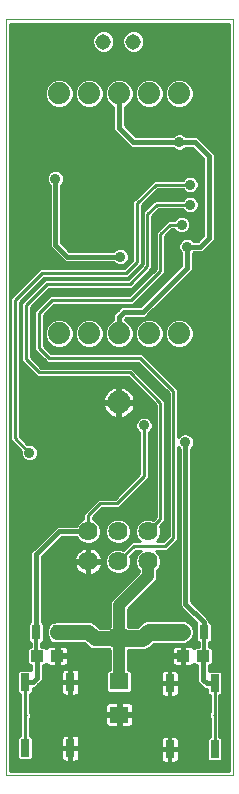
<source format=gtl>
G75*
%MOIN*%
%OFA0B0*%
%FSLAX25Y25*%
%IPPOS*%
%LPD*%
%AMOC8*
5,1,8,0,0,1.08239X$1,22.5*
%
%ADD10C,0.00000*%
%ADD11C,0.07677*%
%ADD12R,0.06299X0.05512*%
%ADD13R,0.04331X0.03937*%
%ADD14C,0.05150*%
%ADD15C,0.07400*%
%ADD16C,0.06400*%
%ADD17R,0.03150X0.04724*%
%ADD18R,0.03000X0.06000*%
%ADD19C,0.01000*%
%ADD20C,0.04000*%
%ADD21C,0.03562*%
%ADD22C,0.01600*%
%ADD23C,0.05000*%
%ADD24C,0.05600*%
%ADD25C,0.01200*%
D10*
X0007386Y0001800D02*
X0007386Y0253769D01*
X0083173Y0253769D01*
X0083173Y0001800D01*
X0007386Y0001800D01*
D11*
X0045103Y0047351D03*
X0045103Y0126091D03*
D12*
X0045221Y0033020D03*
X0045221Y0021997D03*
D13*
X0024512Y0041524D03*
X0017819Y0041524D03*
X0066480Y0041524D03*
X0073173Y0041524D03*
D14*
X0049945Y0246328D03*
X0039945Y0246328D03*
D15*
X0035221Y0229005D03*
X0045221Y0229005D03*
X0055221Y0229005D03*
X0065221Y0229005D03*
X0065221Y0149005D03*
X0055221Y0149005D03*
X0045221Y0149005D03*
X0035221Y0149005D03*
X0025221Y0149005D03*
X0025221Y0229005D03*
D16*
X0034866Y0083020D03*
X0034866Y0073020D03*
X0044866Y0073020D03*
X0044866Y0083020D03*
X0054866Y0083020D03*
X0054866Y0073020D03*
D17*
X0066284Y0049477D03*
X0073370Y0049477D03*
X0024630Y0049398D03*
X0017543Y0049398D03*
D18*
X0013902Y0032800D03*
X0013902Y0010800D03*
X0028902Y0010800D03*
X0028902Y0032800D03*
X0062051Y0032446D03*
X0062051Y0010446D03*
X0077051Y0010446D03*
X0077051Y0032446D03*
D19*
X0077051Y0022272D01*
X0076697Y0021918D01*
X0077051Y0022272D02*
X0077051Y0010446D01*
X0074451Y0013901D02*
X0075096Y0014546D01*
X0075451Y0014546D01*
X0075451Y0020901D01*
X0075097Y0021255D01*
X0075097Y0022581D01*
X0075451Y0022935D01*
X0075451Y0028346D01*
X0075096Y0028346D01*
X0074451Y0028990D01*
X0074451Y0030546D01*
X0073591Y0030546D01*
X0072478Y0031659D01*
X0071273Y0032863D01*
X0071273Y0038456D01*
X0070552Y0038456D01*
X0070039Y0038969D01*
X0069846Y0038635D01*
X0069567Y0038356D01*
X0069225Y0038158D01*
X0068843Y0038056D01*
X0066965Y0038056D01*
X0066965Y0041040D01*
X0065996Y0041040D01*
X0062815Y0041040D01*
X0062815Y0039358D01*
X0062917Y0038977D01*
X0063115Y0038635D01*
X0063394Y0038356D01*
X0063736Y0038158D01*
X0064118Y0038056D01*
X0065996Y0038056D01*
X0065996Y0041040D01*
X0065996Y0042009D01*
X0065996Y0044993D01*
X0064118Y0044993D01*
X0063736Y0044891D01*
X0063394Y0044693D01*
X0063115Y0044414D01*
X0062917Y0044072D01*
X0062815Y0043690D01*
X0062815Y0042009D01*
X0065996Y0042009D01*
X0066965Y0042009D01*
X0066965Y0044993D01*
X0068843Y0044993D01*
X0069225Y0044891D01*
X0069567Y0044693D01*
X0069846Y0044414D01*
X0070039Y0044080D01*
X0070552Y0044593D01*
X0071670Y0044593D01*
X0071670Y0046015D01*
X0071340Y0046015D01*
X0070695Y0046659D01*
X0070695Y0052295D01*
X0070914Y0052514D01*
X0065329Y0058100D01*
X0065329Y0110649D01*
X0064892Y0111086D01*
X0064892Y0080271D01*
X0062136Y0077515D01*
X0061198Y0076578D01*
X0057390Y0076578D01*
X0058512Y0075456D01*
X0059166Y0073876D01*
X0059166Y0072165D01*
X0058512Y0070585D01*
X0057966Y0070039D01*
X0057966Y0067561D01*
X0057494Y0066422D01*
X0048203Y0057130D01*
X0048203Y0051251D01*
X0051322Y0051251D01*
X0051757Y0051686D01*
X0052854Y0052783D01*
X0054287Y0053377D01*
X0067059Y0053377D01*
X0068116Y0052939D01*
X0068314Y0052939D01*
X0068454Y0052800D01*
X0068493Y0052783D01*
X0069590Y0051686D01*
X0070184Y0050253D01*
X0070184Y0048701D01*
X0069590Y0047268D01*
X0068493Y0046171D01*
X0068454Y0046155D01*
X0068314Y0046015D01*
X0068116Y0046015D01*
X0067059Y0045577D01*
X0056679Y0045577D01*
X0055146Y0044045D01*
X0053713Y0043451D01*
X0048203Y0043451D01*
X0048203Y0036876D01*
X0048826Y0036876D01*
X0049470Y0036232D01*
X0049470Y0029809D01*
X0048826Y0029165D01*
X0041615Y0029165D01*
X0040971Y0029809D01*
X0040971Y0036232D01*
X0041615Y0036876D01*
X0042003Y0036876D01*
X0042003Y0043467D01*
X0041718Y0043751D01*
X0036316Y0043751D01*
X0034992Y0044299D01*
X0033454Y0045838D01*
X0025441Y0045838D01*
X0025346Y0045798D01*
X0023914Y0045798D01*
X0023581Y0045936D01*
X0022600Y0045936D01*
X0021955Y0046581D01*
X0021955Y0046982D01*
X0021578Y0047359D01*
X0021030Y0048682D01*
X0021030Y0050115D01*
X0021578Y0051438D01*
X0021955Y0051815D01*
X0021955Y0052216D01*
X0022600Y0052861D01*
X0023526Y0052861D01*
X0023953Y0053038D01*
X0035661Y0053038D01*
X0036984Y0052490D01*
X0037997Y0051477D01*
X0038523Y0050951D01*
X0041718Y0050951D01*
X0042003Y0051235D01*
X0042003Y0059031D01*
X0042474Y0060170D01*
X0051766Y0069462D01*
X0051766Y0070039D01*
X0051221Y0070585D01*
X0050566Y0072165D01*
X0050566Y0073876D01*
X0051221Y0075456D01*
X0052343Y0076578D01*
X0050687Y0076578D01*
X0048820Y0074712D01*
X0049166Y0073876D01*
X0049166Y0072165D01*
X0048512Y0070585D01*
X0047302Y0069375D01*
X0045722Y0068720D01*
X0044011Y0068720D01*
X0042431Y0069375D01*
X0041221Y0070585D01*
X0040566Y0072165D01*
X0040566Y0073876D01*
X0041221Y0075456D01*
X0042431Y0076666D01*
X0044011Y0077320D01*
X0045722Y0077320D01*
X0046557Y0076974D01*
X0049361Y0079778D01*
X0052028Y0079778D01*
X0051221Y0080585D01*
X0050566Y0082165D01*
X0050566Y0083876D01*
X0051221Y0085456D01*
X0052431Y0086666D01*
X0054011Y0087320D01*
X0055722Y0087320D01*
X0056557Y0086974D01*
X0057361Y0087778D01*
X0057361Y0125153D01*
X0048062Y0134452D01*
X0017747Y0134452D01*
X0016810Y0135389D01*
X0012479Y0139720D01*
X0012479Y0159156D01*
X0013416Y0160093D01*
X0020503Y0167180D01*
X0048062Y0167180D01*
X0053030Y0172148D01*
X0053030Y0189471D01*
X0053967Y0190408D01*
X0057117Y0193557D01*
X0066348Y0193557D01*
X0066361Y0193589D01*
X0067171Y0194400D01*
X0068230Y0194839D01*
X0069376Y0194839D01*
X0070435Y0194400D01*
X0071246Y0193589D01*
X0071684Y0192531D01*
X0071684Y0191384D01*
X0071246Y0190325D01*
X0070435Y0189515D01*
X0069376Y0189076D01*
X0068230Y0189076D01*
X0067171Y0189515D01*
X0066361Y0190325D01*
X0066348Y0190357D01*
X0058442Y0190357D01*
X0056230Y0188145D01*
X0056230Y0170822D01*
X0050325Y0164917D01*
X0049387Y0163980D01*
X0021828Y0163980D01*
X0015679Y0157830D01*
X0015679Y0141045D01*
X0019072Y0137652D01*
X0049387Y0137652D01*
X0059624Y0127416D01*
X0060561Y0126478D01*
X0060561Y0086452D01*
X0058820Y0084712D01*
X0059166Y0083876D01*
X0059166Y0082165D01*
X0058512Y0080585D01*
X0057705Y0079778D01*
X0059873Y0079778D01*
X0061692Y0081597D01*
X0061692Y0129090D01*
X0051605Y0139176D01*
X0021290Y0139176D01*
X0020353Y0140114D01*
X0016810Y0143657D01*
X0016810Y0156400D01*
X0021140Y0160730D01*
X0022078Y0161668D01*
X0048456Y0161668D01*
X0057361Y0170573D01*
X0057361Y0182778D01*
X0061448Y0186865D01*
X0063592Y0186865D01*
X0063605Y0186897D01*
X0064415Y0187707D01*
X0065474Y0188146D01*
X0066621Y0188146D01*
X0067679Y0187707D01*
X0068490Y0186897D01*
X0068929Y0185838D01*
X0068929Y0184691D01*
X0068490Y0183633D01*
X0067679Y0182822D01*
X0066621Y0182383D01*
X0065474Y0182383D01*
X0064415Y0182822D01*
X0063605Y0183633D01*
X0063592Y0183665D01*
X0062773Y0183665D01*
X0060561Y0181452D01*
X0060561Y0169247D01*
X0050718Y0159405D01*
X0050718Y0159405D01*
X0049781Y0158468D01*
X0023403Y0158468D01*
X0020010Y0155074D01*
X0020010Y0144982D01*
X0022616Y0142376D01*
X0052931Y0142376D01*
X0063954Y0131353D01*
X0064892Y0130415D01*
X0064892Y0114561D01*
X0065597Y0115266D01*
X0066655Y0115705D01*
X0067802Y0115705D01*
X0068861Y0115266D01*
X0069671Y0114456D01*
X0070110Y0113397D01*
X0070110Y0112251D01*
X0069671Y0111192D01*
X0069129Y0110649D01*
X0069129Y0059674D01*
X0075270Y0053532D01*
X0075270Y0052939D01*
X0075401Y0052939D01*
X0076045Y0052295D01*
X0076045Y0046659D01*
X0075401Y0046015D01*
X0075070Y0046015D01*
X0075070Y0044593D01*
X0075794Y0044593D01*
X0076439Y0043949D01*
X0076439Y0039100D01*
X0075794Y0038456D01*
X0075073Y0038456D01*
X0075073Y0036523D01*
X0075096Y0036546D01*
X0079007Y0036546D01*
X0079651Y0035901D01*
X0079651Y0028990D01*
X0079007Y0028346D01*
X0078651Y0028346D01*
X0078651Y0014546D01*
X0079007Y0014546D01*
X0079651Y0013901D01*
X0079651Y0006990D01*
X0079007Y0006346D01*
X0075096Y0006346D01*
X0074451Y0006990D01*
X0074451Y0013901D01*
X0074451Y0013782D02*
X0065014Y0013782D01*
X0065051Y0013643D02*
X0064949Y0014025D01*
X0064752Y0014367D01*
X0064472Y0014646D01*
X0064130Y0014843D01*
X0063749Y0014946D01*
X0062301Y0014946D01*
X0062301Y0010696D01*
X0061801Y0010696D01*
X0061801Y0010196D01*
X0059051Y0010196D01*
X0059051Y0007248D01*
X0059154Y0006867D01*
X0059351Y0006525D01*
X0059630Y0006245D01*
X0059972Y0006048D01*
X0060354Y0005946D01*
X0061801Y0005946D01*
X0061801Y0010196D01*
X0062301Y0010196D01*
X0062301Y0005946D01*
X0063749Y0005946D01*
X0064130Y0006048D01*
X0064472Y0006245D01*
X0064752Y0006525D01*
X0064949Y0006867D01*
X0065051Y0007248D01*
X0065051Y0010196D01*
X0062301Y0010196D01*
X0062301Y0010696D01*
X0065051Y0010696D01*
X0065051Y0013643D01*
X0065051Y0012784D02*
X0074451Y0012784D01*
X0074451Y0011785D02*
X0065051Y0011785D01*
X0065051Y0010787D02*
X0074451Y0010787D01*
X0074451Y0009788D02*
X0065051Y0009788D01*
X0065051Y0008790D02*
X0074451Y0008790D01*
X0074451Y0007791D02*
X0065051Y0007791D01*
X0064906Y0006793D02*
X0074649Y0006793D01*
X0075451Y0014781D02*
X0064239Y0014781D01*
X0062301Y0014781D02*
X0061801Y0014781D01*
X0061801Y0014946D02*
X0060354Y0014946D01*
X0059972Y0014843D01*
X0059630Y0014646D01*
X0059351Y0014367D01*
X0059154Y0014025D01*
X0059051Y0013643D01*
X0059051Y0010696D01*
X0061801Y0010696D01*
X0061801Y0014946D01*
X0061801Y0013782D02*
X0062301Y0013782D01*
X0062301Y0012784D02*
X0061801Y0012784D01*
X0061801Y0011785D02*
X0062301Y0011785D01*
X0062301Y0010787D02*
X0061801Y0010787D01*
X0061801Y0009788D02*
X0062301Y0009788D01*
X0062301Y0008790D02*
X0061801Y0008790D01*
X0061801Y0007791D02*
X0062301Y0007791D01*
X0062301Y0006793D02*
X0061801Y0006793D01*
X0059196Y0006793D02*
X0031516Y0006793D01*
X0031602Y0006879D02*
X0031323Y0006600D01*
X0030981Y0006402D01*
X0030599Y0006300D01*
X0029152Y0006300D01*
X0029152Y0010550D01*
X0029152Y0011050D01*
X0031902Y0011050D01*
X0031902Y0013997D01*
X0031800Y0014379D01*
X0031602Y0014721D01*
X0031323Y0015000D01*
X0030981Y0015198D01*
X0030599Y0015300D01*
X0029152Y0015300D01*
X0029152Y0011050D01*
X0028652Y0011050D01*
X0028652Y0015300D01*
X0027204Y0015300D01*
X0026823Y0015198D01*
X0026481Y0015000D01*
X0026201Y0014721D01*
X0026004Y0014379D01*
X0025902Y0013997D01*
X0025902Y0011050D01*
X0028652Y0011050D01*
X0028652Y0010550D01*
X0029152Y0010550D01*
X0031902Y0010550D01*
X0031902Y0007603D01*
X0031800Y0007221D01*
X0031602Y0006879D01*
X0031902Y0007791D02*
X0059051Y0007791D01*
X0059051Y0008790D02*
X0031902Y0008790D01*
X0031902Y0009788D02*
X0059051Y0009788D01*
X0059051Y0010787D02*
X0029152Y0010787D01*
X0028652Y0010787D02*
X0016502Y0010787D01*
X0016502Y0011785D02*
X0025902Y0011785D01*
X0025902Y0012784D02*
X0016502Y0012784D01*
X0016502Y0013782D02*
X0025902Y0013782D01*
X0026261Y0014781D02*
X0015977Y0014781D01*
X0015857Y0014900D02*
X0015502Y0014900D01*
X0015502Y0020822D01*
X0015699Y0021019D01*
X0015699Y0022345D01*
X0015502Y0022541D01*
X0015502Y0028700D01*
X0015857Y0028700D01*
X0016502Y0029344D01*
X0016502Y0030900D01*
X0017126Y0030900D01*
X0018239Y0032013D01*
X0019719Y0033493D01*
X0019719Y0038456D01*
X0020440Y0038456D01*
X0020953Y0038969D01*
X0021146Y0038635D01*
X0021426Y0038356D01*
X0021768Y0038158D01*
X0022149Y0038056D01*
X0024028Y0038056D01*
X0024028Y0041040D01*
X0024996Y0041040D01*
X0024996Y0038056D01*
X0026875Y0038056D01*
X0027256Y0038158D01*
X0027598Y0038356D01*
X0027878Y0038635D01*
X0028075Y0038977D01*
X0028177Y0039358D01*
X0028177Y0041040D01*
X0024996Y0041040D01*
X0024996Y0042009D01*
X0024028Y0042009D01*
X0024028Y0044993D01*
X0022149Y0044993D01*
X0021768Y0044891D01*
X0021426Y0044693D01*
X0021146Y0044414D01*
X0020953Y0044080D01*
X0020440Y0044593D01*
X0019243Y0044593D01*
X0019243Y0045936D01*
X0019574Y0045936D01*
X0020218Y0046581D01*
X0020218Y0052216D01*
X0019574Y0052861D01*
X0019443Y0052861D01*
X0019443Y0074556D01*
X0026008Y0081120D01*
X0030999Y0081120D01*
X0031221Y0080585D01*
X0032431Y0079375D01*
X0034011Y0078720D01*
X0035722Y0078720D01*
X0037302Y0079375D01*
X0038512Y0080585D01*
X0039166Y0082165D01*
X0039166Y0083876D01*
X0038512Y0085456D01*
X0037302Y0086666D01*
X0036466Y0087012D01*
X0036466Y0087673D01*
X0039545Y0090751D01*
X0045057Y0090751D01*
X0045994Y0091688D01*
X0055049Y0100744D01*
X0055049Y0115880D01*
X0055081Y0115893D01*
X0055891Y0116703D01*
X0056330Y0117762D01*
X0056330Y0118909D01*
X0055891Y0119967D01*
X0055081Y0120778D01*
X0054022Y0121217D01*
X0052876Y0121217D01*
X0051817Y0120778D01*
X0051007Y0119967D01*
X0050568Y0118909D01*
X0050568Y0117762D01*
X0051007Y0116703D01*
X0051817Y0115893D01*
X0051849Y0115880D01*
X0051849Y0102069D01*
X0043731Y0093951D01*
X0038219Y0093951D01*
X0034204Y0089935D01*
X0033266Y0088998D01*
X0033266Y0087012D01*
X0032431Y0086666D01*
X0031221Y0085456D01*
X0030999Y0084920D01*
X0024434Y0084920D01*
X0016756Y0077243D01*
X0015643Y0076130D01*
X0015643Y0052861D01*
X0015513Y0052861D01*
X0014869Y0052216D01*
X0014869Y0046581D01*
X0015513Y0045936D01*
X0015843Y0045936D01*
X0015843Y0044593D01*
X0015198Y0044593D01*
X0014554Y0043949D01*
X0014554Y0039100D01*
X0015198Y0038456D01*
X0015919Y0038456D01*
X0015919Y0036838D01*
X0015857Y0036900D01*
X0011946Y0036900D01*
X0011302Y0036256D01*
X0011302Y0029344D01*
X0011946Y0028700D01*
X0012302Y0028700D01*
X0012302Y0014900D01*
X0011946Y0014900D01*
X0011302Y0014256D01*
X0011302Y0007344D01*
X0011946Y0006700D01*
X0015857Y0006700D01*
X0016502Y0007344D01*
X0016502Y0014256D01*
X0015857Y0014900D01*
X0015502Y0015779D02*
X0075451Y0015779D01*
X0075451Y0016778D02*
X0015502Y0016778D01*
X0015502Y0017776D02*
X0041742Y0017776D01*
X0041874Y0017741D02*
X0044721Y0017741D01*
X0044721Y0021497D01*
X0045721Y0021497D01*
X0045721Y0022497D01*
X0049870Y0022497D01*
X0049870Y0024950D01*
X0049768Y0025332D01*
X0049571Y0025674D01*
X0049291Y0025953D01*
X0048949Y0026151D01*
X0048568Y0026253D01*
X0045721Y0026253D01*
X0045721Y0022497D01*
X0044721Y0022497D01*
X0044721Y0026253D01*
X0041874Y0026253D01*
X0041492Y0026151D01*
X0041150Y0025953D01*
X0040871Y0025674D01*
X0040673Y0025332D01*
X0040571Y0024950D01*
X0040571Y0022497D01*
X0044721Y0022497D01*
X0044721Y0021497D01*
X0040571Y0021497D01*
X0040571Y0019043D01*
X0040673Y0018662D01*
X0040871Y0018320D01*
X0041150Y0018041D01*
X0041492Y0017843D01*
X0041874Y0017741D01*
X0040643Y0018775D02*
X0015502Y0018775D01*
X0015502Y0019773D02*
X0040571Y0019773D01*
X0040571Y0020772D02*
X0015502Y0020772D01*
X0015699Y0021770D02*
X0044721Y0021770D01*
X0044721Y0020772D02*
X0045721Y0020772D01*
X0045721Y0021497D02*
X0045721Y0017741D01*
X0048568Y0017741D01*
X0048949Y0017843D01*
X0049291Y0018041D01*
X0049571Y0018320D01*
X0049768Y0018662D01*
X0049870Y0019043D01*
X0049870Y0021497D01*
X0045721Y0021497D01*
X0045721Y0021770D02*
X0075097Y0021770D01*
X0075285Y0022769D02*
X0049870Y0022769D01*
X0049870Y0023767D02*
X0075451Y0023767D01*
X0075451Y0024766D02*
X0049870Y0024766D01*
X0049480Y0025764D02*
X0075451Y0025764D01*
X0075451Y0026763D02*
X0015502Y0026763D01*
X0015502Y0027761D02*
X0075451Y0027761D01*
X0074682Y0028760D02*
X0064887Y0028760D01*
X0064949Y0028867D02*
X0064752Y0028525D01*
X0064472Y0028245D01*
X0064130Y0028048D01*
X0063749Y0027946D01*
X0062301Y0027946D01*
X0062301Y0032196D01*
X0061801Y0032196D01*
X0059051Y0032196D01*
X0059051Y0029248D01*
X0059154Y0028867D01*
X0059351Y0028525D01*
X0059630Y0028245D01*
X0059972Y0028048D01*
X0060354Y0027946D01*
X0061801Y0027946D01*
X0061801Y0032196D01*
X0061801Y0032696D01*
X0059051Y0032696D01*
X0059051Y0035643D01*
X0059154Y0036025D01*
X0059351Y0036367D01*
X0059630Y0036646D01*
X0059972Y0036843D01*
X0060354Y0036946D01*
X0061801Y0036946D01*
X0061801Y0032696D01*
X0062301Y0032696D01*
X0062301Y0036946D01*
X0063749Y0036946D01*
X0064130Y0036843D01*
X0064472Y0036646D01*
X0064752Y0036367D01*
X0064949Y0036025D01*
X0065051Y0035643D01*
X0065051Y0032696D01*
X0062301Y0032696D01*
X0062301Y0032196D01*
X0065051Y0032196D01*
X0065051Y0029248D01*
X0064949Y0028867D01*
X0065051Y0029758D02*
X0074451Y0029758D01*
X0073380Y0030757D02*
X0065051Y0030757D01*
X0065051Y0031755D02*
X0072381Y0031755D01*
X0071383Y0032754D02*
X0065051Y0032754D01*
X0065051Y0033752D02*
X0071273Y0033752D01*
X0071273Y0034751D02*
X0065051Y0034751D01*
X0065023Y0035749D02*
X0071273Y0035749D01*
X0071273Y0036748D02*
X0064296Y0036748D01*
X0062301Y0036748D02*
X0061801Y0036748D01*
X0061801Y0035749D02*
X0062301Y0035749D01*
X0062301Y0034751D02*
X0061801Y0034751D01*
X0061801Y0033752D02*
X0062301Y0033752D01*
X0062301Y0032754D02*
X0061801Y0032754D01*
X0061801Y0031755D02*
X0062301Y0031755D01*
X0062301Y0030757D02*
X0061801Y0030757D01*
X0061801Y0029758D02*
X0062301Y0029758D01*
X0062301Y0028760D02*
X0061801Y0028760D01*
X0059215Y0028760D02*
X0031483Y0028760D01*
X0031602Y0028879D02*
X0031323Y0028600D01*
X0030981Y0028402D01*
X0030599Y0028300D01*
X0029152Y0028300D01*
X0029152Y0032550D01*
X0029152Y0033050D01*
X0031902Y0033050D01*
X0031902Y0035997D01*
X0031800Y0036379D01*
X0031602Y0036721D01*
X0031323Y0037000D01*
X0030981Y0037198D01*
X0030599Y0037300D01*
X0029152Y0037300D01*
X0029152Y0033050D01*
X0028652Y0033050D01*
X0028652Y0037300D01*
X0027204Y0037300D01*
X0026823Y0037198D01*
X0026481Y0037000D01*
X0026201Y0036721D01*
X0026004Y0036379D01*
X0025902Y0035997D01*
X0025902Y0033050D01*
X0028652Y0033050D01*
X0028652Y0032550D01*
X0029152Y0032550D01*
X0031902Y0032550D01*
X0031902Y0029603D01*
X0031800Y0029221D01*
X0031602Y0028879D01*
X0031902Y0029758D02*
X0041022Y0029758D01*
X0040971Y0030757D02*
X0031902Y0030757D01*
X0031902Y0031755D02*
X0040971Y0031755D01*
X0040971Y0032754D02*
X0029152Y0032754D01*
X0028652Y0032754D02*
X0018980Y0032754D01*
X0019719Y0033752D02*
X0025902Y0033752D01*
X0025902Y0034751D02*
X0019719Y0034751D01*
X0019719Y0035749D02*
X0025902Y0035749D01*
X0026228Y0036748D02*
X0019719Y0036748D01*
X0019719Y0037746D02*
X0042003Y0037746D01*
X0042003Y0038745D02*
X0027941Y0038745D01*
X0028177Y0039743D02*
X0042003Y0039743D01*
X0042003Y0040742D02*
X0028177Y0040742D01*
X0028177Y0042009D02*
X0028177Y0043690D01*
X0028075Y0044072D01*
X0027878Y0044414D01*
X0027598Y0044693D01*
X0027256Y0044891D01*
X0026875Y0044993D01*
X0024996Y0044993D01*
X0024996Y0042009D01*
X0028177Y0042009D01*
X0028177Y0042739D02*
X0042003Y0042739D01*
X0042003Y0041740D02*
X0024996Y0041740D01*
X0024996Y0040742D02*
X0024028Y0040742D01*
X0024028Y0039743D02*
X0024996Y0039743D01*
X0024996Y0038745D02*
X0024028Y0038745D01*
X0024028Y0042739D02*
X0024996Y0042739D01*
X0024996Y0043737D02*
X0024028Y0043737D01*
X0024028Y0044736D02*
X0024996Y0044736D01*
X0027524Y0044736D02*
X0034556Y0044736D01*
X0033557Y0045734D02*
X0019243Y0045734D01*
X0019243Y0044736D02*
X0021500Y0044736D01*
X0021955Y0046733D02*
X0020218Y0046733D01*
X0020218Y0047732D02*
X0021424Y0047732D01*
X0021030Y0048730D02*
X0020218Y0048730D01*
X0020218Y0049729D02*
X0021030Y0049729D01*
X0021284Y0050727D02*
X0020218Y0050727D01*
X0020218Y0051726D02*
X0021866Y0051726D01*
X0022463Y0052724D02*
X0019710Y0052724D01*
X0019443Y0053723D02*
X0042003Y0053723D01*
X0042003Y0054721D02*
X0019443Y0054721D01*
X0019443Y0055720D02*
X0042003Y0055720D01*
X0042003Y0056718D02*
X0019443Y0056718D01*
X0019443Y0057717D02*
X0042003Y0057717D01*
X0042003Y0058715D02*
X0019443Y0058715D01*
X0019443Y0059714D02*
X0042285Y0059714D01*
X0043016Y0060712D02*
X0019443Y0060712D01*
X0019443Y0061711D02*
X0044015Y0061711D01*
X0045014Y0062709D02*
X0019443Y0062709D01*
X0019443Y0063708D02*
X0046012Y0063708D01*
X0047011Y0064706D02*
X0019443Y0064706D01*
X0019443Y0065705D02*
X0048009Y0065705D01*
X0049008Y0066703D02*
X0019443Y0066703D01*
X0019443Y0067702D02*
X0050006Y0067702D01*
X0051005Y0068700D02*
X0036740Y0068700D01*
X0036670Y0068665D02*
X0037330Y0069001D01*
X0037928Y0069436D01*
X0038451Y0069959D01*
X0038886Y0070557D01*
X0039222Y0071216D01*
X0039451Y0071920D01*
X0039564Y0072635D01*
X0035252Y0072635D01*
X0035252Y0073406D01*
X0039564Y0073406D01*
X0039451Y0074121D01*
X0039222Y0074825D01*
X0038886Y0075484D01*
X0038451Y0076082D01*
X0037928Y0076605D01*
X0037330Y0077040D01*
X0036670Y0077376D01*
X0035967Y0077605D01*
X0035252Y0077718D01*
X0035252Y0073406D01*
X0034480Y0073406D01*
X0034480Y0072635D01*
X0030169Y0072635D01*
X0030282Y0071920D01*
X0030511Y0071216D01*
X0030847Y0070557D01*
X0031281Y0069959D01*
X0031804Y0069436D01*
X0032403Y0069001D01*
X0033062Y0068665D01*
X0033766Y0068436D01*
X0034480Y0068323D01*
X0034480Y0072635D01*
X0035252Y0072635D01*
X0035252Y0068323D01*
X0035967Y0068436D01*
X0036670Y0068665D01*
X0035252Y0068700D02*
X0034480Y0068700D01*
X0034480Y0069699D02*
X0035252Y0069699D01*
X0035252Y0070697D02*
X0034480Y0070697D01*
X0034480Y0071696D02*
X0035252Y0071696D01*
X0035252Y0072694D02*
X0040566Y0072694D01*
X0040566Y0073693D02*
X0039518Y0073693D01*
X0039265Y0074691D02*
X0040904Y0074691D01*
X0041455Y0075690D02*
X0038736Y0075690D01*
X0037814Y0076688D02*
X0042485Y0076688D01*
X0044011Y0078720D02*
X0042431Y0079375D01*
X0041221Y0080585D01*
X0040566Y0082165D01*
X0040566Y0083876D01*
X0041221Y0085456D01*
X0042431Y0086666D01*
X0044011Y0087320D01*
X0045722Y0087320D01*
X0047302Y0086666D01*
X0048512Y0085456D01*
X0049166Y0083876D01*
X0049166Y0082165D01*
X0048512Y0080585D01*
X0047302Y0079375D01*
X0045722Y0078720D01*
X0044011Y0078720D01*
X0042122Y0079684D02*
X0037611Y0079684D01*
X0038552Y0080682D02*
X0041180Y0080682D01*
X0040767Y0081681D02*
X0038966Y0081681D01*
X0039166Y0082679D02*
X0040566Y0082679D01*
X0040566Y0083678D02*
X0039166Y0083678D01*
X0038835Y0084676D02*
X0040898Y0084676D01*
X0041440Y0085675D02*
X0038293Y0085675D01*
X0037284Y0086673D02*
X0042449Y0086673D01*
X0044394Y0092351D02*
X0038882Y0092351D01*
X0034866Y0088335D01*
X0034866Y0083020D01*
X0033266Y0087672D02*
X0008886Y0087672D01*
X0008886Y0088670D02*
X0033266Y0088670D01*
X0033937Y0089669D02*
X0008886Y0089669D01*
X0008886Y0090668D02*
X0034936Y0090668D01*
X0035934Y0091666D02*
X0008886Y0091666D01*
X0008886Y0092665D02*
X0036933Y0092665D01*
X0037931Y0093663D02*
X0008886Y0093663D01*
X0008886Y0094662D02*
X0044442Y0094662D01*
X0045440Y0095660D02*
X0008886Y0095660D01*
X0008886Y0096659D02*
X0046439Y0096659D01*
X0047437Y0097657D02*
X0008886Y0097657D01*
X0008886Y0098656D02*
X0048436Y0098656D01*
X0049434Y0099654D02*
X0008886Y0099654D01*
X0008886Y0100653D02*
X0050433Y0100653D01*
X0051431Y0101651D02*
X0008886Y0101651D01*
X0008886Y0102650D02*
X0051849Y0102650D01*
X0051849Y0103648D02*
X0008886Y0103648D01*
X0008886Y0104647D02*
X0051849Y0104647D01*
X0051849Y0105645D02*
X0008886Y0105645D01*
X0008886Y0106644D02*
X0014097Y0106644D01*
X0013628Y0106838D02*
X0014687Y0106399D01*
X0015833Y0106399D01*
X0016892Y0106838D01*
X0017702Y0107648D01*
X0018141Y0108707D01*
X0018141Y0109853D01*
X0017702Y0110912D01*
X0016892Y0111723D01*
X0015833Y0112161D01*
X0014687Y0112161D01*
X0014655Y0112148D01*
X0012136Y0114667D01*
X0012136Y0159405D01*
X0020253Y0167523D01*
X0048206Y0167523D01*
X0049143Y0168460D01*
X0052687Y0172003D01*
X0052687Y0191688D01*
X0058049Y0197050D01*
X0066348Y0197050D01*
X0066361Y0197018D01*
X0067171Y0196208D01*
X0068230Y0195769D01*
X0069376Y0195769D01*
X0070435Y0196208D01*
X0071246Y0197018D01*
X0071684Y0198077D01*
X0071684Y0199223D01*
X0071246Y0200282D01*
X0070435Y0201093D01*
X0069376Y0201531D01*
X0068230Y0201531D01*
X0067171Y0201093D01*
X0066361Y0200282D01*
X0066348Y0200250D01*
X0056723Y0200250D01*
X0050424Y0193951D01*
X0049487Y0193014D01*
X0049487Y0173329D01*
X0046881Y0170723D01*
X0018928Y0170723D01*
X0009873Y0161668D01*
X0008936Y0160730D01*
X0008936Y0113342D01*
X0012392Y0109885D01*
X0012379Y0109853D01*
X0012379Y0108707D01*
X0012818Y0107648D01*
X0013628Y0106838D01*
X0012824Y0107642D02*
X0008886Y0107642D01*
X0008886Y0108641D02*
X0012406Y0108641D01*
X0012379Y0109639D02*
X0008886Y0109639D01*
X0008886Y0110638D02*
X0011640Y0110638D01*
X0010641Y0111636D02*
X0008886Y0111636D01*
X0008886Y0112635D02*
X0009643Y0112635D01*
X0008936Y0113633D02*
X0008886Y0113633D01*
X0008886Y0114632D02*
X0008936Y0114632D01*
X0008936Y0115630D02*
X0008886Y0115630D01*
X0008886Y0116629D02*
X0008936Y0116629D01*
X0008936Y0117627D02*
X0008886Y0117627D01*
X0008886Y0118626D02*
X0008936Y0118626D01*
X0008936Y0119624D02*
X0008886Y0119624D01*
X0008886Y0120623D02*
X0008936Y0120623D01*
X0008936Y0121621D02*
X0008886Y0121621D01*
X0008886Y0122620D02*
X0008936Y0122620D01*
X0008936Y0123618D02*
X0008886Y0123618D01*
X0008886Y0124617D02*
X0008936Y0124617D01*
X0008936Y0125615D02*
X0008886Y0125615D01*
X0008886Y0126614D02*
X0008936Y0126614D01*
X0008936Y0127612D02*
X0008886Y0127612D01*
X0008886Y0128611D02*
X0008936Y0128611D01*
X0008936Y0129609D02*
X0008886Y0129609D01*
X0008886Y0130608D02*
X0008936Y0130608D01*
X0008936Y0131606D02*
X0008886Y0131606D01*
X0008886Y0132605D02*
X0008936Y0132605D01*
X0008936Y0133603D02*
X0008886Y0133603D01*
X0008886Y0134602D02*
X0008936Y0134602D01*
X0008936Y0135601D02*
X0008886Y0135601D01*
X0008886Y0136599D02*
X0008936Y0136599D01*
X0008936Y0137598D02*
X0008886Y0137598D01*
X0008886Y0138596D02*
X0008936Y0138596D01*
X0008936Y0139595D02*
X0008886Y0139595D01*
X0008886Y0140593D02*
X0008936Y0140593D01*
X0008936Y0141592D02*
X0008886Y0141592D01*
X0008886Y0142590D02*
X0008936Y0142590D01*
X0008936Y0143589D02*
X0008886Y0143589D01*
X0008886Y0144587D02*
X0008936Y0144587D01*
X0008936Y0145586D02*
X0008886Y0145586D01*
X0008886Y0146584D02*
X0008936Y0146584D01*
X0008936Y0147583D02*
X0008886Y0147583D01*
X0008886Y0148581D02*
X0008936Y0148581D01*
X0008936Y0149580D02*
X0008886Y0149580D01*
X0008886Y0150578D02*
X0008936Y0150578D01*
X0008936Y0151577D02*
X0008886Y0151577D01*
X0008886Y0152575D02*
X0008936Y0152575D01*
X0008936Y0153574D02*
X0008886Y0153574D01*
X0008886Y0154572D02*
X0008936Y0154572D01*
X0008936Y0155571D02*
X0008886Y0155571D01*
X0008886Y0156569D02*
X0008936Y0156569D01*
X0008936Y0157568D02*
X0008886Y0157568D01*
X0008886Y0158566D02*
X0008936Y0158566D01*
X0008936Y0159565D02*
X0008886Y0159565D01*
X0008886Y0160563D02*
X0008936Y0160563D01*
X0008886Y0161562D02*
X0009767Y0161562D01*
X0008886Y0162560D02*
X0010765Y0162560D01*
X0010536Y0160068D02*
X0010536Y0114005D01*
X0015260Y0109280D01*
X0016423Y0106644D02*
X0051849Y0106644D01*
X0051849Y0107642D02*
X0017696Y0107642D01*
X0018114Y0108641D02*
X0051849Y0108641D01*
X0051849Y0109639D02*
X0018141Y0109639D01*
X0017816Y0110638D02*
X0051849Y0110638D01*
X0051849Y0111636D02*
X0016979Y0111636D01*
X0014168Y0112635D02*
X0051849Y0112635D01*
X0051849Y0113633D02*
X0013170Y0113633D01*
X0012171Y0114632D02*
X0051849Y0114632D01*
X0051849Y0115630D02*
X0012136Y0115630D01*
X0012136Y0116629D02*
X0051081Y0116629D01*
X0050624Y0117627D02*
X0012136Y0117627D01*
X0012136Y0118626D02*
X0050568Y0118626D01*
X0050864Y0119624D02*
X0012136Y0119624D01*
X0012136Y0120623D02*
X0051662Y0120623D01*
X0053449Y0118335D02*
X0053449Y0101406D01*
X0044394Y0092351D01*
X0045971Y0091666D02*
X0057361Y0091666D01*
X0057361Y0090668D02*
X0039461Y0090668D01*
X0038463Y0089669D02*
X0057361Y0089669D01*
X0057361Y0088670D02*
X0037464Y0088670D01*
X0036466Y0087672D02*
X0057255Y0087672D01*
X0058961Y0087115D02*
X0054866Y0083020D01*
X0052449Y0086673D02*
X0047284Y0086673D01*
X0048293Y0085675D02*
X0051440Y0085675D01*
X0050898Y0084676D02*
X0048835Y0084676D01*
X0049166Y0083678D02*
X0050566Y0083678D01*
X0050566Y0082679D02*
X0049166Y0082679D01*
X0048966Y0081681D02*
X0050767Y0081681D01*
X0051180Y0080682D02*
X0048552Y0080682D01*
X0049267Y0079684D02*
X0047611Y0079684D01*
X0048268Y0078685D02*
X0023573Y0078685D01*
X0024571Y0079684D02*
X0032122Y0079684D01*
X0031180Y0080682D02*
X0025570Y0080682D01*
X0024190Y0084676D02*
X0008886Y0084676D01*
X0008886Y0083678D02*
X0023191Y0083678D01*
X0022193Y0082679D02*
X0008886Y0082679D01*
X0008886Y0081681D02*
X0021194Y0081681D01*
X0020196Y0080682D02*
X0008886Y0080682D01*
X0008886Y0079684D02*
X0019197Y0079684D01*
X0018199Y0078685D02*
X0008886Y0078685D01*
X0008886Y0077687D02*
X0017200Y0077687D01*
X0016756Y0077243D02*
X0016756Y0077243D01*
X0016202Y0076688D02*
X0008886Y0076688D01*
X0008886Y0075690D02*
X0015643Y0075690D01*
X0015643Y0074691D02*
X0008886Y0074691D01*
X0008886Y0073693D02*
X0015643Y0073693D01*
X0015643Y0072694D02*
X0008886Y0072694D01*
X0008886Y0071696D02*
X0015643Y0071696D01*
X0015643Y0070697D02*
X0008886Y0070697D01*
X0008886Y0069699D02*
X0015643Y0069699D01*
X0015643Y0068700D02*
X0008886Y0068700D01*
X0008886Y0067702D02*
X0015643Y0067702D01*
X0015643Y0066703D02*
X0008886Y0066703D01*
X0008886Y0065705D02*
X0015643Y0065705D01*
X0015643Y0064706D02*
X0008886Y0064706D01*
X0008886Y0063708D02*
X0015643Y0063708D01*
X0015643Y0062709D02*
X0008886Y0062709D01*
X0008886Y0061711D02*
X0015643Y0061711D01*
X0015643Y0060712D02*
X0008886Y0060712D01*
X0008886Y0059714D02*
X0015643Y0059714D01*
X0015643Y0058715D02*
X0008886Y0058715D01*
X0008886Y0057717D02*
X0015643Y0057717D01*
X0015643Y0056718D02*
X0008886Y0056718D01*
X0008886Y0055720D02*
X0015643Y0055720D01*
X0015643Y0054721D02*
X0008886Y0054721D01*
X0008886Y0053723D02*
X0015643Y0053723D01*
X0015377Y0052724D02*
X0008886Y0052724D01*
X0008886Y0051726D02*
X0014869Y0051726D01*
X0014869Y0050727D02*
X0008886Y0050727D01*
X0008886Y0049729D02*
X0014869Y0049729D01*
X0014869Y0048730D02*
X0008886Y0048730D01*
X0008886Y0047732D02*
X0014869Y0047732D01*
X0014869Y0046733D02*
X0008886Y0046733D01*
X0008886Y0045734D02*
X0015843Y0045734D01*
X0015843Y0044736D02*
X0008886Y0044736D01*
X0008886Y0043737D02*
X0014554Y0043737D01*
X0014554Y0042739D02*
X0008886Y0042739D01*
X0008886Y0041740D02*
X0014554Y0041740D01*
X0014554Y0040742D02*
X0008886Y0040742D01*
X0008886Y0039743D02*
X0014554Y0039743D01*
X0014909Y0038745D02*
X0008886Y0038745D01*
X0008886Y0037746D02*
X0015919Y0037746D01*
X0013902Y0032800D02*
X0013902Y0021879D01*
X0014099Y0021682D01*
X0013902Y0021879D02*
X0013902Y0010800D01*
X0011827Y0014781D02*
X0008886Y0014781D01*
X0008886Y0015779D02*
X0012302Y0015779D01*
X0012302Y0016778D02*
X0008886Y0016778D01*
X0008886Y0017776D02*
X0012302Y0017776D01*
X0012302Y0018775D02*
X0008886Y0018775D01*
X0008886Y0019773D02*
X0012302Y0019773D01*
X0012302Y0020772D02*
X0008886Y0020772D01*
X0008886Y0021770D02*
X0012302Y0021770D01*
X0012302Y0022769D02*
X0008886Y0022769D01*
X0008886Y0023767D02*
X0012302Y0023767D01*
X0012302Y0024766D02*
X0008886Y0024766D01*
X0008886Y0025764D02*
X0012302Y0025764D01*
X0012302Y0026763D02*
X0008886Y0026763D01*
X0008886Y0027761D02*
X0012302Y0027761D01*
X0011886Y0028760D02*
X0008886Y0028760D01*
X0008886Y0029758D02*
X0011302Y0029758D01*
X0011302Y0030757D02*
X0008886Y0030757D01*
X0008886Y0031755D02*
X0011302Y0031755D01*
X0011302Y0032754D02*
X0008886Y0032754D01*
X0008886Y0033752D02*
X0011302Y0033752D01*
X0011302Y0034751D02*
X0008886Y0034751D01*
X0008886Y0035749D02*
X0011302Y0035749D01*
X0011794Y0036748D02*
X0008886Y0036748D01*
X0015917Y0028760D02*
X0026321Y0028760D01*
X0026201Y0028879D02*
X0026481Y0028600D01*
X0026823Y0028402D01*
X0027204Y0028300D01*
X0028652Y0028300D01*
X0028652Y0032550D01*
X0025902Y0032550D01*
X0025902Y0029603D01*
X0026004Y0029221D01*
X0026201Y0028879D01*
X0025902Y0029758D02*
X0016502Y0029758D01*
X0016502Y0030757D02*
X0025902Y0030757D01*
X0025902Y0031755D02*
X0017981Y0031755D01*
X0015502Y0025764D02*
X0040961Y0025764D01*
X0040571Y0024766D02*
X0015502Y0024766D01*
X0015502Y0023767D02*
X0040571Y0023767D01*
X0040571Y0022769D02*
X0015502Y0022769D01*
X0011302Y0013782D02*
X0008886Y0013782D01*
X0008886Y0012784D02*
X0011302Y0012784D01*
X0011302Y0011785D02*
X0008886Y0011785D01*
X0008886Y0010787D02*
X0011302Y0010787D01*
X0011302Y0009788D02*
X0008886Y0009788D01*
X0008886Y0008790D02*
X0011302Y0008790D01*
X0011302Y0007791D02*
X0008886Y0007791D01*
X0008886Y0006793D02*
X0011854Y0006793D01*
X0008886Y0005794D02*
X0081673Y0005794D01*
X0081673Y0004796D02*
X0008886Y0004796D01*
X0008886Y0003797D02*
X0081673Y0003797D01*
X0081673Y0003300D02*
X0008886Y0003300D01*
X0008886Y0252269D01*
X0081673Y0252269D01*
X0081673Y0003300D01*
X0081673Y0006793D02*
X0079454Y0006793D01*
X0079651Y0007791D02*
X0081673Y0007791D01*
X0081673Y0008790D02*
X0079651Y0008790D01*
X0079651Y0009788D02*
X0081673Y0009788D01*
X0081673Y0010787D02*
X0079651Y0010787D01*
X0079651Y0011785D02*
X0081673Y0011785D01*
X0081673Y0012784D02*
X0079651Y0012784D01*
X0079651Y0013782D02*
X0081673Y0013782D01*
X0081673Y0014781D02*
X0078651Y0014781D01*
X0078651Y0015779D02*
X0081673Y0015779D01*
X0081673Y0016778D02*
X0078651Y0016778D01*
X0078651Y0017776D02*
X0081673Y0017776D01*
X0081673Y0018775D02*
X0078651Y0018775D01*
X0078651Y0019773D02*
X0081673Y0019773D01*
X0081673Y0020772D02*
X0078651Y0020772D01*
X0078651Y0021770D02*
X0081673Y0021770D01*
X0081673Y0022769D02*
X0078651Y0022769D01*
X0078651Y0023767D02*
X0081673Y0023767D01*
X0081673Y0024766D02*
X0078651Y0024766D01*
X0078651Y0025764D02*
X0081673Y0025764D01*
X0081673Y0026763D02*
X0078651Y0026763D01*
X0078651Y0027761D02*
X0081673Y0027761D01*
X0081673Y0028760D02*
X0079421Y0028760D01*
X0079651Y0029758D02*
X0081673Y0029758D01*
X0081673Y0030757D02*
X0079651Y0030757D01*
X0079651Y0031755D02*
X0081673Y0031755D01*
X0081673Y0032754D02*
X0079651Y0032754D01*
X0079651Y0033752D02*
X0081673Y0033752D01*
X0081673Y0034751D02*
X0079651Y0034751D01*
X0079651Y0035749D02*
X0081673Y0035749D01*
X0081673Y0036748D02*
X0075073Y0036748D01*
X0075073Y0037746D02*
X0081673Y0037746D01*
X0081673Y0038745D02*
X0076083Y0038745D01*
X0076439Y0039743D02*
X0081673Y0039743D01*
X0081673Y0040742D02*
X0076439Y0040742D01*
X0076439Y0041740D02*
X0081673Y0041740D01*
X0081673Y0042739D02*
X0076439Y0042739D01*
X0076439Y0043737D02*
X0081673Y0043737D01*
X0081673Y0044736D02*
X0075070Y0044736D01*
X0075070Y0045734D02*
X0081673Y0045734D01*
X0081673Y0046733D02*
X0076045Y0046733D01*
X0076045Y0047732D02*
X0081673Y0047732D01*
X0081673Y0048730D02*
X0076045Y0048730D01*
X0076045Y0049729D02*
X0081673Y0049729D01*
X0081673Y0050727D02*
X0076045Y0050727D01*
X0076045Y0051726D02*
X0081673Y0051726D01*
X0081673Y0052724D02*
X0075616Y0052724D01*
X0075080Y0053723D02*
X0081673Y0053723D01*
X0081673Y0054721D02*
X0074081Y0054721D01*
X0073083Y0055720D02*
X0081673Y0055720D01*
X0081673Y0056718D02*
X0072084Y0056718D01*
X0071085Y0057717D02*
X0081673Y0057717D01*
X0081673Y0058715D02*
X0070087Y0058715D01*
X0069129Y0059714D02*
X0081673Y0059714D01*
X0081673Y0060712D02*
X0069129Y0060712D01*
X0069129Y0061711D02*
X0081673Y0061711D01*
X0081673Y0062709D02*
X0069129Y0062709D01*
X0069129Y0063708D02*
X0081673Y0063708D01*
X0081673Y0064706D02*
X0069129Y0064706D01*
X0069129Y0065705D02*
X0081673Y0065705D01*
X0081673Y0066703D02*
X0069129Y0066703D01*
X0069129Y0067702D02*
X0081673Y0067702D01*
X0081673Y0068700D02*
X0069129Y0068700D01*
X0069129Y0069699D02*
X0081673Y0069699D01*
X0081673Y0070697D02*
X0069129Y0070697D01*
X0069129Y0071696D02*
X0081673Y0071696D01*
X0081673Y0072694D02*
X0069129Y0072694D01*
X0069129Y0073693D02*
X0081673Y0073693D01*
X0081673Y0074691D02*
X0069129Y0074691D01*
X0069129Y0075690D02*
X0081673Y0075690D01*
X0081673Y0076688D02*
X0069129Y0076688D01*
X0069129Y0077687D02*
X0081673Y0077687D01*
X0081673Y0078685D02*
X0069129Y0078685D01*
X0069129Y0079684D02*
X0081673Y0079684D01*
X0081673Y0080682D02*
X0069129Y0080682D01*
X0069129Y0081681D02*
X0081673Y0081681D01*
X0081673Y0082679D02*
X0069129Y0082679D01*
X0069129Y0083678D02*
X0081673Y0083678D01*
X0081673Y0084676D02*
X0069129Y0084676D01*
X0069129Y0085675D02*
X0081673Y0085675D01*
X0081673Y0086673D02*
X0069129Y0086673D01*
X0069129Y0087672D02*
X0081673Y0087672D01*
X0081673Y0088670D02*
X0069129Y0088670D01*
X0069129Y0089669D02*
X0081673Y0089669D01*
X0081673Y0090668D02*
X0069129Y0090668D01*
X0069129Y0091666D02*
X0081673Y0091666D01*
X0081673Y0092665D02*
X0069129Y0092665D01*
X0069129Y0093663D02*
X0081673Y0093663D01*
X0081673Y0094662D02*
X0069129Y0094662D01*
X0069129Y0095660D02*
X0081673Y0095660D01*
X0081673Y0096659D02*
X0069129Y0096659D01*
X0069129Y0097657D02*
X0081673Y0097657D01*
X0081673Y0098656D02*
X0069129Y0098656D01*
X0069129Y0099654D02*
X0081673Y0099654D01*
X0081673Y0100653D02*
X0069129Y0100653D01*
X0069129Y0101651D02*
X0081673Y0101651D01*
X0081673Y0102650D02*
X0069129Y0102650D01*
X0069129Y0103648D02*
X0081673Y0103648D01*
X0081673Y0104647D02*
X0069129Y0104647D01*
X0069129Y0105645D02*
X0081673Y0105645D01*
X0081673Y0106644D02*
X0069129Y0106644D01*
X0069129Y0107642D02*
X0081673Y0107642D01*
X0081673Y0108641D02*
X0069129Y0108641D01*
X0069129Y0109639D02*
X0081673Y0109639D01*
X0081673Y0110638D02*
X0069129Y0110638D01*
X0069855Y0111636D02*
X0081673Y0111636D01*
X0081673Y0112635D02*
X0070110Y0112635D01*
X0070012Y0113633D02*
X0081673Y0113633D01*
X0081673Y0114632D02*
X0069495Y0114632D01*
X0067981Y0115630D02*
X0081673Y0115630D01*
X0081673Y0116629D02*
X0064892Y0116629D01*
X0064892Y0117627D02*
X0081673Y0117627D01*
X0081673Y0118626D02*
X0064892Y0118626D01*
X0064892Y0119624D02*
X0081673Y0119624D01*
X0081673Y0120623D02*
X0064892Y0120623D01*
X0064892Y0121621D02*
X0081673Y0121621D01*
X0081673Y0122620D02*
X0064892Y0122620D01*
X0064892Y0123618D02*
X0081673Y0123618D01*
X0081673Y0124617D02*
X0064892Y0124617D01*
X0064892Y0125615D02*
X0081673Y0125615D01*
X0081673Y0126614D02*
X0064892Y0126614D01*
X0064892Y0127612D02*
X0081673Y0127612D01*
X0081673Y0128611D02*
X0064892Y0128611D01*
X0064892Y0129609D02*
X0081673Y0129609D01*
X0081673Y0130608D02*
X0064699Y0130608D01*
X0063701Y0131606D02*
X0081673Y0131606D01*
X0081673Y0132605D02*
X0062702Y0132605D01*
X0061704Y0133603D02*
X0081673Y0133603D01*
X0081673Y0134602D02*
X0060705Y0134602D01*
X0059706Y0135601D02*
X0081673Y0135601D01*
X0081673Y0136599D02*
X0058708Y0136599D01*
X0057709Y0137598D02*
X0081673Y0137598D01*
X0081673Y0138596D02*
X0056711Y0138596D01*
X0055712Y0139595D02*
X0081673Y0139595D01*
X0081673Y0140593D02*
X0054714Y0140593D01*
X0053715Y0141592D02*
X0081673Y0141592D01*
X0081673Y0142590D02*
X0022402Y0142590D01*
X0021403Y0143589D02*
X0081673Y0143589D01*
X0081673Y0144587D02*
X0067099Y0144587D01*
X0067940Y0144935D02*
X0066175Y0144205D01*
X0064266Y0144205D01*
X0062502Y0144935D01*
X0061151Y0146286D01*
X0060421Y0148050D01*
X0060421Y0149959D01*
X0061151Y0151724D01*
X0062502Y0153074D01*
X0064266Y0153805D01*
X0066175Y0153805D01*
X0067940Y0153074D01*
X0069290Y0151724D01*
X0070021Y0149959D01*
X0070021Y0148050D01*
X0069290Y0146286D01*
X0067940Y0144935D01*
X0068590Y0145586D02*
X0081673Y0145586D01*
X0081673Y0146584D02*
X0069413Y0146584D01*
X0069827Y0147583D02*
X0081673Y0147583D01*
X0081673Y0148581D02*
X0070021Y0148581D01*
X0070021Y0149580D02*
X0081673Y0149580D01*
X0081673Y0150578D02*
X0069764Y0150578D01*
X0069351Y0151577D02*
X0081673Y0151577D01*
X0081673Y0152575D02*
X0068438Y0152575D01*
X0066733Y0153574D02*
X0081673Y0153574D01*
X0081673Y0154572D02*
X0054184Y0154572D01*
X0053842Y0154231D02*
X0054955Y0155344D01*
X0069719Y0170107D01*
X0069719Y0175807D01*
X0069994Y0176081D01*
X0072937Y0176081D01*
X0074050Y0177194D01*
X0077003Y0180147D01*
X0077003Y0208886D01*
X0075890Y0209999D01*
X0071165Y0214724D01*
X0067434Y0214724D01*
X0066892Y0215266D01*
X0065833Y0215705D01*
X0064687Y0215705D01*
X0063628Y0215266D01*
X0063086Y0214724D01*
X0050693Y0214724D01*
X0047081Y0218335D01*
X0047081Y0224580D01*
X0047940Y0224935D01*
X0049290Y0226286D01*
X0050021Y0228050D01*
X0050021Y0229959D01*
X0049290Y0231724D01*
X0047940Y0233074D01*
X0046175Y0233805D01*
X0044266Y0233805D01*
X0042502Y0233074D01*
X0041151Y0231724D01*
X0040421Y0229959D01*
X0040421Y0228050D01*
X0041151Y0226286D01*
X0042502Y0224935D01*
X0043281Y0224613D01*
X0043281Y0216761D01*
X0044394Y0215648D01*
X0049119Y0210924D01*
X0063086Y0210924D01*
X0063628Y0210381D01*
X0064687Y0209943D01*
X0065833Y0209943D01*
X0066892Y0210381D01*
X0067434Y0210924D01*
X0069591Y0210924D01*
X0073203Y0207312D01*
X0073203Y0181721D01*
X0071363Y0179881D01*
X0069994Y0179881D01*
X0069451Y0180424D01*
X0068392Y0180862D01*
X0067246Y0180862D01*
X0066187Y0180424D01*
X0065377Y0179613D01*
X0064938Y0178554D01*
X0064938Y0177408D01*
X0065377Y0176349D01*
X0065919Y0175807D01*
X0065919Y0171681D01*
X0052268Y0158031D01*
X0045969Y0158031D01*
X0044856Y0156918D01*
X0043321Y0155382D01*
X0043321Y0153413D01*
X0042502Y0153074D01*
X0041151Y0151724D01*
X0040421Y0149959D01*
X0040421Y0148050D01*
X0041151Y0146286D01*
X0042502Y0144935D01*
X0044266Y0144205D01*
X0046175Y0144205D01*
X0047940Y0144935D01*
X0049290Y0146286D01*
X0050021Y0148050D01*
X0050021Y0149959D01*
X0049290Y0151724D01*
X0047940Y0153074D01*
X0047121Y0153413D01*
X0047121Y0153808D01*
X0047543Y0154231D01*
X0053842Y0154231D01*
X0054266Y0153805D02*
X0052502Y0153074D01*
X0051151Y0151724D01*
X0050421Y0149959D01*
X0050421Y0148050D01*
X0051151Y0146286D01*
X0052502Y0144935D01*
X0054266Y0144205D01*
X0056175Y0144205D01*
X0057940Y0144935D01*
X0059290Y0146286D01*
X0060021Y0148050D01*
X0060021Y0149959D01*
X0059290Y0151724D01*
X0057940Y0153074D01*
X0056175Y0153805D01*
X0054266Y0153805D01*
X0053708Y0153574D02*
X0047121Y0153574D01*
X0048438Y0152575D02*
X0052003Y0152575D01*
X0051091Y0151577D02*
X0049351Y0151577D01*
X0049764Y0150578D02*
X0050677Y0150578D01*
X0050421Y0149580D02*
X0050021Y0149580D01*
X0050021Y0148581D02*
X0050421Y0148581D01*
X0050614Y0147583D02*
X0049827Y0147583D01*
X0049413Y0146584D02*
X0051028Y0146584D01*
X0051852Y0145586D02*
X0048590Y0145586D01*
X0047099Y0144587D02*
X0053343Y0144587D01*
X0052268Y0140776D02*
X0063292Y0129753D01*
X0063292Y0080934D01*
X0060536Y0078178D01*
X0050024Y0078178D01*
X0044866Y0073020D01*
X0042107Y0069699D02*
X0038191Y0069699D01*
X0038958Y0070697D02*
X0041174Y0070697D01*
X0040761Y0071696D02*
X0039378Y0071696D01*
X0035252Y0073693D02*
X0034480Y0073693D01*
X0034480Y0073406D02*
X0034480Y0077718D01*
X0033766Y0077605D01*
X0033062Y0077376D01*
X0032403Y0077040D01*
X0031804Y0076605D01*
X0031281Y0076082D01*
X0030847Y0075484D01*
X0030511Y0074825D01*
X0030282Y0074121D01*
X0030169Y0073406D01*
X0034480Y0073406D01*
X0034480Y0072694D02*
X0019443Y0072694D01*
X0019443Y0071696D02*
X0030355Y0071696D01*
X0030775Y0070697D02*
X0019443Y0070697D01*
X0019443Y0069699D02*
X0031541Y0069699D01*
X0030214Y0073693D02*
X0019443Y0073693D01*
X0019578Y0074691D02*
X0030467Y0074691D01*
X0030996Y0075690D02*
X0020577Y0075690D01*
X0021576Y0076688D02*
X0031919Y0076688D01*
X0034480Y0076688D02*
X0035252Y0076688D01*
X0035252Y0075690D02*
X0034480Y0075690D01*
X0034480Y0074691D02*
X0035252Y0074691D01*
X0035252Y0077687D02*
X0034480Y0077687D01*
X0034284Y0077687D02*
X0022574Y0077687D01*
X0019443Y0068700D02*
X0032993Y0068700D01*
X0035448Y0077687D02*
X0047270Y0077687D01*
X0048829Y0074691D02*
X0050904Y0074691D01*
X0050566Y0073693D02*
X0049166Y0073693D01*
X0049166Y0072694D02*
X0050566Y0072694D01*
X0050761Y0071696D02*
X0048972Y0071696D01*
X0048558Y0070697D02*
X0051174Y0070697D01*
X0051766Y0069699D02*
X0047626Y0069699D01*
X0049798Y0075690D02*
X0051455Y0075690D01*
X0055779Y0064706D02*
X0065329Y0064706D01*
X0065329Y0063708D02*
X0054780Y0063708D01*
X0053782Y0062709D02*
X0065329Y0062709D01*
X0065329Y0061711D02*
X0052783Y0061711D01*
X0051785Y0060712D02*
X0065329Y0060712D01*
X0065329Y0059714D02*
X0050786Y0059714D01*
X0049788Y0058715D02*
X0065329Y0058715D01*
X0065712Y0057717D02*
X0048789Y0057717D01*
X0048203Y0056718D02*
X0066710Y0056718D01*
X0067709Y0055720D02*
X0048203Y0055720D01*
X0048203Y0054721D02*
X0068707Y0054721D01*
X0069706Y0053723D02*
X0048203Y0053723D01*
X0048203Y0052724D02*
X0052795Y0052724D01*
X0051796Y0051726D02*
X0048203Y0051726D01*
X0048203Y0042739D02*
X0062815Y0042739D01*
X0062828Y0043737D02*
X0054404Y0043737D01*
X0055837Y0044736D02*
X0063468Y0044736D01*
X0062815Y0040742D02*
X0048203Y0040742D01*
X0048203Y0041740D02*
X0065996Y0041740D01*
X0065996Y0040742D02*
X0066965Y0040742D01*
X0066965Y0039743D02*
X0065996Y0039743D01*
X0065996Y0038745D02*
X0066965Y0038745D01*
X0066965Y0042739D02*
X0065996Y0042739D01*
X0065996Y0043737D02*
X0066965Y0043737D01*
X0066965Y0044736D02*
X0065996Y0044736D01*
X0067439Y0045734D02*
X0071670Y0045734D01*
X0071670Y0044736D02*
X0069493Y0044736D01*
X0069055Y0046733D02*
X0070695Y0046733D01*
X0070695Y0047732D02*
X0069782Y0047732D01*
X0070184Y0048730D02*
X0070695Y0048730D01*
X0070695Y0049729D02*
X0070184Y0049729D01*
X0069987Y0050727D02*
X0070695Y0050727D01*
X0070695Y0051726D02*
X0069551Y0051726D01*
X0068552Y0052724D02*
X0070704Y0052724D01*
X0070263Y0038745D02*
X0069910Y0038745D01*
X0071273Y0037746D02*
X0048203Y0037746D01*
X0048203Y0038745D02*
X0063051Y0038745D01*
X0062815Y0039743D02*
X0048203Y0039743D01*
X0048954Y0036748D02*
X0059807Y0036748D01*
X0059080Y0035749D02*
X0049470Y0035749D01*
X0049470Y0034751D02*
X0059051Y0034751D01*
X0059051Y0033752D02*
X0049470Y0033752D01*
X0049470Y0032754D02*
X0059051Y0032754D01*
X0059051Y0031755D02*
X0049470Y0031755D01*
X0049470Y0030757D02*
X0059051Y0030757D01*
X0059051Y0029758D02*
X0049420Y0029758D01*
X0049870Y0020772D02*
X0075451Y0020772D01*
X0075451Y0019773D02*
X0049870Y0019773D01*
X0049798Y0018775D02*
X0075451Y0018775D01*
X0075451Y0017776D02*
X0048699Y0017776D01*
X0045721Y0017776D02*
X0044721Y0017776D01*
X0044721Y0018775D02*
X0045721Y0018775D01*
X0045721Y0019773D02*
X0044721Y0019773D01*
X0044721Y0022769D02*
X0045721Y0022769D01*
X0045721Y0023767D02*
X0044721Y0023767D01*
X0044721Y0024766D02*
X0045721Y0024766D01*
X0045721Y0025764D02*
X0044721Y0025764D01*
X0040971Y0033752D02*
X0031902Y0033752D01*
X0031902Y0034751D02*
X0040971Y0034751D01*
X0040971Y0035749D02*
X0031902Y0035749D01*
X0031575Y0036748D02*
X0041487Y0036748D01*
X0041732Y0043737D02*
X0028165Y0043737D01*
X0028652Y0036748D02*
X0029152Y0036748D01*
X0029152Y0035749D02*
X0028652Y0035749D01*
X0028652Y0034751D02*
X0029152Y0034751D01*
X0029152Y0033752D02*
X0028652Y0033752D01*
X0028652Y0031755D02*
X0029152Y0031755D01*
X0029152Y0030757D02*
X0028652Y0030757D01*
X0028652Y0029758D02*
X0029152Y0029758D01*
X0029152Y0028760D02*
X0028652Y0028760D01*
X0028652Y0014781D02*
X0029152Y0014781D01*
X0029152Y0013782D02*
X0028652Y0013782D01*
X0028652Y0012784D02*
X0029152Y0012784D01*
X0029152Y0011785D02*
X0028652Y0011785D01*
X0028652Y0010550D02*
X0025902Y0010550D01*
X0025902Y0007603D01*
X0026004Y0007221D01*
X0026201Y0006879D01*
X0026481Y0006600D01*
X0026823Y0006402D01*
X0027204Y0006300D01*
X0028652Y0006300D01*
X0028652Y0010550D01*
X0028652Y0009788D02*
X0029152Y0009788D01*
X0029152Y0008790D02*
X0028652Y0008790D01*
X0028652Y0007791D02*
X0029152Y0007791D01*
X0029152Y0006793D02*
X0028652Y0006793D01*
X0026288Y0006793D02*
X0015950Y0006793D01*
X0016502Y0007791D02*
X0025902Y0007791D01*
X0025902Y0008790D02*
X0016502Y0008790D01*
X0016502Y0009788D02*
X0025902Y0009788D01*
X0031542Y0014781D02*
X0059864Y0014781D01*
X0059089Y0013782D02*
X0031902Y0013782D01*
X0031902Y0012784D02*
X0059051Y0012784D01*
X0059051Y0011785D02*
X0031902Y0011785D01*
X0021083Y0038745D02*
X0020729Y0038745D01*
X0036419Y0052724D02*
X0042003Y0052724D01*
X0042003Y0051726D02*
X0037748Y0051726D01*
X0031440Y0085675D02*
X0008886Y0085675D01*
X0008886Y0086673D02*
X0032449Y0086673D01*
X0043852Y0120884D02*
X0043053Y0121144D01*
X0042305Y0121525D01*
X0041625Y0122019D01*
X0041030Y0122613D01*
X0040537Y0123293D01*
X0040155Y0124042D01*
X0039895Y0124841D01*
X0039777Y0125591D01*
X0044602Y0125591D01*
X0044602Y0126591D01*
X0039777Y0126591D01*
X0039895Y0127341D01*
X0040155Y0128141D01*
X0040537Y0128889D01*
X0041030Y0129569D01*
X0041625Y0130163D01*
X0042305Y0130657D01*
X0043053Y0131039D01*
X0043852Y0131298D01*
X0044603Y0131417D01*
X0044603Y0126591D01*
X0045603Y0126591D01*
X0050428Y0126591D01*
X0050310Y0127341D01*
X0050050Y0128141D01*
X0049669Y0128889D01*
X0049175Y0129569D01*
X0048580Y0130163D01*
X0047901Y0130657D01*
X0047152Y0131039D01*
X0046353Y0131298D01*
X0045603Y0131417D01*
X0045603Y0126591D01*
X0045603Y0125591D01*
X0050428Y0125591D01*
X0050310Y0124841D01*
X0050050Y0124042D01*
X0049669Y0123293D01*
X0049175Y0122613D01*
X0048580Y0122019D01*
X0047901Y0121525D01*
X0047152Y0121144D01*
X0046353Y0120884D01*
X0045603Y0120765D01*
X0045603Y0125591D01*
X0044603Y0125591D01*
X0044603Y0120765D01*
X0043852Y0120884D01*
X0044603Y0121621D02*
X0045603Y0121621D01*
X0045603Y0122620D02*
X0044603Y0122620D01*
X0044603Y0123618D02*
X0045603Y0123618D01*
X0045603Y0124617D02*
X0044603Y0124617D01*
X0044602Y0125615D02*
X0012136Y0125615D01*
X0012136Y0124617D02*
X0039968Y0124617D01*
X0040371Y0123618D02*
X0012136Y0123618D01*
X0012136Y0122620D02*
X0041026Y0122620D01*
X0042172Y0121621D02*
X0012136Y0121621D01*
X0012136Y0126614D02*
X0039780Y0126614D01*
X0039983Y0127612D02*
X0012136Y0127612D01*
X0012136Y0128611D02*
X0040395Y0128611D01*
X0041071Y0129609D02*
X0012136Y0129609D01*
X0012136Y0130608D02*
X0042237Y0130608D01*
X0044603Y0130608D02*
X0045603Y0130608D01*
X0045603Y0129609D02*
X0044603Y0129609D01*
X0044603Y0128611D02*
X0045603Y0128611D01*
X0045603Y0127612D02*
X0044603Y0127612D01*
X0044603Y0126614D02*
X0045603Y0126614D01*
X0045603Y0125615D02*
X0056898Y0125615D01*
X0057361Y0124617D02*
X0050237Y0124617D01*
X0049834Y0123618D02*
X0057361Y0123618D01*
X0057361Y0122620D02*
X0049179Y0122620D01*
X0048033Y0121621D02*
X0057361Y0121621D01*
X0057361Y0120623D02*
X0055236Y0120623D01*
X0056034Y0119624D02*
X0057361Y0119624D01*
X0057361Y0118626D02*
X0056330Y0118626D01*
X0056274Y0117627D02*
X0057361Y0117627D01*
X0057361Y0116629D02*
X0055817Y0116629D01*
X0055049Y0115630D02*
X0057361Y0115630D01*
X0057361Y0114632D02*
X0055049Y0114632D01*
X0055049Y0113633D02*
X0057361Y0113633D01*
X0057361Y0112635D02*
X0055049Y0112635D01*
X0055049Y0111636D02*
X0057361Y0111636D01*
X0057361Y0110638D02*
X0055049Y0110638D01*
X0055049Y0109639D02*
X0057361Y0109639D01*
X0057361Y0108641D02*
X0055049Y0108641D01*
X0055049Y0107642D02*
X0057361Y0107642D01*
X0057361Y0106644D02*
X0055049Y0106644D01*
X0055049Y0105645D02*
X0057361Y0105645D01*
X0057361Y0104647D02*
X0055049Y0104647D01*
X0055049Y0103648D02*
X0057361Y0103648D01*
X0057361Y0102650D02*
X0055049Y0102650D01*
X0055049Y0101651D02*
X0057361Y0101651D01*
X0057361Y0100653D02*
X0054958Y0100653D01*
X0053960Y0099654D02*
X0057361Y0099654D01*
X0057361Y0098656D02*
X0052961Y0098656D01*
X0051963Y0097657D02*
X0057361Y0097657D01*
X0057361Y0096659D02*
X0050964Y0096659D01*
X0049966Y0095660D02*
X0057361Y0095660D01*
X0057361Y0094662D02*
X0048967Y0094662D01*
X0047968Y0093663D02*
X0057361Y0093663D01*
X0057361Y0092665D02*
X0046970Y0092665D01*
X0057611Y0066703D02*
X0065329Y0066703D01*
X0065329Y0065705D02*
X0056777Y0065705D01*
X0057966Y0067702D02*
X0065329Y0067702D01*
X0065329Y0068700D02*
X0057966Y0068700D01*
X0057966Y0069699D02*
X0065329Y0069699D01*
X0065329Y0070697D02*
X0058558Y0070697D01*
X0058972Y0071696D02*
X0065329Y0071696D01*
X0065329Y0072694D02*
X0059166Y0072694D01*
X0059166Y0073693D02*
X0065329Y0073693D01*
X0065329Y0074691D02*
X0058829Y0074691D01*
X0058278Y0075690D02*
X0065329Y0075690D01*
X0065329Y0076688D02*
X0061309Y0076688D01*
X0060777Y0080682D02*
X0058552Y0080682D01*
X0058966Y0081681D02*
X0061692Y0081681D01*
X0061692Y0082679D02*
X0059166Y0082679D01*
X0059166Y0083678D02*
X0061692Y0083678D01*
X0061692Y0084676D02*
X0058835Y0084676D01*
X0059784Y0085675D02*
X0061692Y0085675D01*
X0061692Y0086673D02*
X0060561Y0086673D01*
X0060561Y0087672D02*
X0061692Y0087672D01*
X0061692Y0088670D02*
X0060561Y0088670D01*
X0060561Y0089669D02*
X0061692Y0089669D01*
X0061692Y0090668D02*
X0060561Y0090668D01*
X0060561Y0091666D02*
X0061692Y0091666D01*
X0061692Y0092665D02*
X0060561Y0092665D01*
X0060561Y0093663D02*
X0061692Y0093663D01*
X0061692Y0094662D02*
X0060561Y0094662D01*
X0060561Y0095660D02*
X0061692Y0095660D01*
X0061692Y0096659D02*
X0060561Y0096659D01*
X0060561Y0097657D02*
X0061692Y0097657D01*
X0061692Y0098656D02*
X0060561Y0098656D01*
X0060561Y0099654D02*
X0061692Y0099654D01*
X0061692Y0100653D02*
X0060561Y0100653D01*
X0060561Y0101651D02*
X0061692Y0101651D01*
X0061692Y0102650D02*
X0060561Y0102650D01*
X0060561Y0103648D02*
X0061692Y0103648D01*
X0061692Y0104647D02*
X0060561Y0104647D01*
X0060561Y0105645D02*
X0061692Y0105645D01*
X0061692Y0106644D02*
X0060561Y0106644D01*
X0060561Y0107642D02*
X0061692Y0107642D01*
X0061692Y0108641D02*
X0060561Y0108641D01*
X0060561Y0109639D02*
X0061692Y0109639D01*
X0061692Y0110638D02*
X0060561Y0110638D01*
X0060561Y0111636D02*
X0061692Y0111636D01*
X0061692Y0112635D02*
X0060561Y0112635D01*
X0060561Y0113633D02*
X0061692Y0113633D01*
X0061692Y0114632D02*
X0060561Y0114632D01*
X0060561Y0115630D02*
X0061692Y0115630D01*
X0061692Y0116629D02*
X0060561Y0116629D01*
X0060561Y0117627D02*
X0061692Y0117627D01*
X0061692Y0118626D02*
X0060561Y0118626D01*
X0060561Y0119624D02*
X0061692Y0119624D01*
X0061692Y0120623D02*
X0060561Y0120623D01*
X0060561Y0121621D02*
X0061692Y0121621D01*
X0061692Y0122620D02*
X0060561Y0122620D01*
X0060561Y0123618D02*
X0061692Y0123618D01*
X0061692Y0124617D02*
X0060561Y0124617D01*
X0060561Y0125615D02*
X0061692Y0125615D01*
X0061692Y0126614D02*
X0060425Y0126614D01*
X0059427Y0127612D02*
X0061692Y0127612D01*
X0061692Y0128611D02*
X0058428Y0128611D01*
X0057430Y0129609D02*
X0061172Y0129609D01*
X0060174Y0130608D02*
X0056431Y0130608D01*
X0055433Y0131606D02*
X0059175Y0131606D01*
X0058177Y0132605D02*
X0054434Y0132605D01*
X0053436Y0133603D02*
X0057178Y0133603D01*
X0056180Y0134602D02*
X0052437Y0134602D01*
X0051439Y0135601D02*
X0055181Y0135601D01*
X0054183Y0136599D02*
X0050440Y0136599D01*
X0049442Y0137598D02*
X0053184Y0137598D01*
X0052185Y0138596D02*
X0018128Y0138596D01*
X0018410Y0136052D02*
X0048725Y0136052D01*
X0058961Y0125816D01*
X0058961Y0087115D01*
X0062307Y0077687D02*
X0065329Y0077687D01*
X0065329Y0078685D02*
X0063306Y0078685D01*
X0064304Y0079684D02*
X0065329Y0079684D01*
X0065329Y0080682D02*
X0064892Y0080682D01*
X0064892Y0081681D02*
X0065329Y0081681D01*
X0065329Y0082679D02*
X0064892Y0082679D01*
X0064892Y0083678D02*
X0065329Y0083678D01*
X0065329Y0084676D02*
X0064892Y0084676D01*
X0064892Y0085675D02*
X0065329Y0085675D01*
X0065329Y0086673D02*
X0064892Y0086673D01*
X0064892Y0087672D02*
X0065329Y0087672D01*
X0065329Y0088670D02*
X0064892Y0088670D01*
X0064892Y0089669D02*
X0065329Y0089669D01*
X0065329Y0090668D02*
X0064892Y0090668D01*
X0064892Y0091666D02*
X0065329Y0091666D01*
X0065329Y0092665D02*
X0064892Y0092665D01*
X0064892Y0093663D02*
X0065329Y0093663D01*
X0065329Y0094662D02*
X0064892Y0094662D01*
X0064892Y0095660D02*
X0065329Y0095660D01*
X0065329Y0096659D02*
X0064892Y0096659D01*
X0064892Y0097657D02*
X0065329Y0097657D01*
X0065329Y0098656D02*
X0064892Y0098656D01*
X0064892Y0099654D02*
X0065329Y0099654D01*
X0065329Y0100653D02*
X0064892Y0100653D01*
X0064892Y0101651D02*
X0065329Y0101651D01*
X0065329Y0102650D02*
X0064892Y0102650D01*
X0064892Y0103648D02*
X0065329Y0103648D01*
X0065329Y0104647D02*
X0064892Y0104647D01*
X0064892Y0105645D02*
X0065329Y0105645D01*
X0065329Y0106644D02*
X0064892Y0106644D01*
X0064892Y0107642D02*
X0065329Y0107642D01*
X0065329Y0108641D02*
X0064892Y0108641D01*
X0064892Y0109639D02*
X0065329Y0109639D01*
X0065329Y0110638D02*
X0064892Y0110638D01*
X0064892Y0114632D02*
X0064962Y0114632D01*
X0064892Y0115630D02*
X0066476Y0115630D01*
X0063343Y0144587D02*
X0057099Y0144587D01*
X0058590Y0145586D02*
X0061852Y0145586D01*
X0061028Y0146584D02*
X0059413Y0146584D01*
X0059827Y0147583D02*
X0060614Y0147583D01*
X0060421Y0148581D02*
X0060021Y0148581D01*
X0060021Y0149580D02*
X0060421Y0149580D01*
X0060677Y0150578D02*
X0059764Y0150578D01*
X0059351Y0151577D02*
X0061091Y0151577D01*
X0062003Y0152575D02*
X0058438Y0152575D01*
X0056733Y0153574D02*
X0063708Y0153574D01*
X0061173Y0161562D02*
X0081673Y0161562D01*
X0081673Y0162560D02*
X0062172Y0162560D01*
X0063170Y0163559D02*
X0081673Y0163559D01*
X0081673Y0164557D02*
X0064169Y0164557D01*
X0065167Y0165556D02*
X0081673Y0165556D01*
X0081673Y0166554D02*
X0066166Y0166554D01*
X0067164Y0167553D02*
X0081673Y0167553D01*
X0081673Y0168551D02*
X0068163Y0168551D01*
X0069161Y0169550D02*
X0081673Y0169550D01*
X0081673Y0170548D02*
X0069719Y0170548D01*
X0069719Y0171547D02*
X0081673Y0171547D01*
X0081673Y0172545D02*
X0069719Y0172545D01*
X0069719Y0173544D02*
X0081673Y0173544D01*
X0081673Y0174542D02*
X0069719Y0174542D01*
X0069719Y0175541D02*
X0081673Y0175541D01*
X0081673Y0176539D02*
X0073395Y0176539D01*
X0074394Y0177538D02*
X0081673Y0177538D01*
X0081673Y0178537D02*
X0075392Y0178537D01*
X0076391Y0179535D02*
X0081673Y0179535D01*
X0081673Y0180534D02*
X0077003Y0180534D01*
X0077003Y0181532D02*
X0081673Y0181532D01*
X0081673Y0182531D02*
X0077003Y0182531D01*
X0077003Y0183529D02*
X0081673Y0183529D01*
X0081673Y0184528D02*
X0077003Y0184528D01*
X0077003Y0185526D02*
X0081673Y0185526D01*
X0081673Y0186525D02*
X0077003Y0186525D01*
X0077003Y0187523D02*
X0081673Y0187523D01*
X0081673Y0188522D02*
X0077003Y0188522D01*
X0077003Y0189520D02*
X0081673Y0189520D01*
X0081673Y0190519D02*
X0077003Y0190519D01*
X0077003Y0191517D02*
X0081673Y0191517D01*
X0081673Y0192516D02*
X0077003Y0192516D01*
X0077003Y0193514D02*
X0081673Y0193514D01*
X0081673Y0194513D02*
X0077003Y0194513D01*
X0077003Y0195511D02*
X0081673Y0195511D01*
X0081673Y0196510D02*
X0077003Y0196510D01*
X0077003Y0197508D02*
X0081673Y0197508D01*
X0081673Y0198507D02*
X0077003Y0198507D01*
X0077003Y0199505D02*
X0081673Y0199505D01*
X0081673Y0200504D02*
X0077003Y0200504D01*
X0077003Y0201502D02*
X0081673Y0201502D01*
X0081673Y0202501D02*
X0077003Y0202501D01*
X0077003Y0203499D02*
X0081673Y0203499D01*
X0081673Y0204498D02*
X0077003Y0204498D01*
X0077003Y0205496D02*
X0081673Y0205496D01*
X0081673Y0206495D02*
X0077003Y0206495D01*
X0077003Y0207493D02*
X0081673Y0207493D01*
X0081673Y0208492D02*
X0077003Y0208492D01*
X0076398Y0209490D02*
X0081673Y0209490D01*
X0081673Y0210489D02*
X0075400Y0210489D01*
X0074401Y0211487D02*
X0081673Y0211487D01*
X0081673Y0212486D02*
X0073403Y0212486D01*
X0072404Y0213484D02*
X0081673Y0213484D01*
X0081673Y0214483D02*
X0071406Y0214483D01*
X0070026Y0210489D02*
X0067000Y0210489D01*
X0066372Y0215481D02*
X0081673Y0215481D01*
X0081673Y0216480D02*
X0048936Y0216480D01*
X0047938Y0217478D02*
X0081673Y0217478D01*
X0081673Y0218477D02*
X0047081Y0218477D01*
X0047081Y0219475D02*
X0081673Y0219475D01*
X0081673Y0220474D02*
X0047081Y0220474D01*
X0047081Y0221472D02*
X0081673Y0221472D01*
X0081673Y0222471D02*
X0047081Y0222471D01*
X0047081Y0223470D02*
X0081673Y0223470D01*
X0081673Y0224468D02*
X0066811Y0224468D01*
X0066175Y0224205D02*
X0067940Y0224935D01*
X0069290Y0226286D01*
X0070021Y0228050D01*
X0070021Y0229959D01*
X0069290Y0231724D01*
X0067940Y0233074D01*
X0066175Y0233805D01*
X0064266Y0233805D01*
X0062502Y0233074D01*
X0061151Y0231724D01*
X0060421Y0229959D01*
X0060421Y0228050D01*
X0061151Y0226286D01*
X0062502Y0224935D01*
X0064266Y0224205D01*
X0066175Y0224205D01*
X0068471Y0225467D02*
X0081673Y0225467D01*
X0081673Y0226465D02*
X0069364Y0226465D01*
X0069778Y0227464D02*
X0081673Y0227464D01*
X0081673Y0228462D02*
X0070021Y0228462D01*
X0070021Y0229461D02*
X0081673Y0229461D01*
X0081673Y0230459D02*
X0069814Y0230459D01*
X0069400Y0231458D02*
X0081673Y0231458D01*
X0081673Y0232456D02*
X0068557Y0232456D01*
X0067021Y0233455D02*
X0081673Y0233455D01*
X0081673Y0234453D02*
X0008886Y0234453D01*
X0008886Y0233455D02*
X0023421Y0233455D01*
X0024266Y0233805D02*
X0022502Y0233074D01*
X0021151Y0231724D01*
X0020421Y0229959D01*
X0020421Y0228050D01*
X0021151Y0226286D01*
X0022502Y0224935D01*
X0024266Y0224205D01*
X0026175Y0224205D01*
X0027940Y0224935D01*
X0029290Y0226286D01*
X0030021Y0228050D01*
X0030021Y0229959D01*
X0029290Y0231724D01*
X0027940Y0233074D01*
X0026175Y0233805D01*
X0024266Y0233805D01*
X0021884Y0232456D02*
X0008886Y0232456D01*
X0008886Y0231458D02*
X0021041Y0231458D01*
X0020628Y0230459D02*
X0008886Y0230459D01*
X0008886Y0229461D02*
X0020421Y0229461D01*
X0020421Y0228462D02*
X0008886Y0228462D01*
X0008886Y0227464D02*
X0020664Y0227464D01*
X0021077Y0226465D02*
X0008886Y0226465D01*
X0008886Y0225467D02*
X0021971Y0225467D01*
X0023630Y0224468D02*
X0008886Y0224468D01*
X0008886Y0223470D02*
X0043281Y0223470D01*
X0043281Y0224468D02*
X0036811Y0224468D01*
X0036175Y0224205D02*
X0037940Y0224935D01*
X0039290Y0226286D01*
X0040021Y0228050D01*
X0040021Y0229959D01*
X0039290Y0231724D01*
X0037940Y0233074D01*
X0036175Y0233805D01*
X0034266Y0233805D01*
X0032502Y0233074D01*
X0031151Y0231724D01*
X0030421Y0229959D01*
X0030421Y0228050D01*
X0031151Y0226286D01*
X0032502Y0224935D01*
X0034266Y0224205D01*
X0036175Y0224205D01*
X0038471Y0225467D02*
X0041971Y0225467D01*
X0041077Y0226465D02*
X0039364Y0226465D01*
X0039778Y0227464D02*
X0040664Y0227464D01*
X0040421Y0228462D02*
X0040021Y0228462D01*
X0040021Y0229461D02*
X0040421Y0229461D01*
X0040628Y0230459D02*
X0039814Y0230459D01*
X0039400Y0231458D02*
X0041041Y0231458D01*
X0041884Y0232456D02*
X0038557Y0232456D01*
X0037021Y0233455D02*
X0043421Y0233455D01*
X0040676Y0242653D02*
X0042027Y0243212D01*
X0043060Y0244246D01*
X0043620Y0245597D01*
X0043620Y0247059D01*
X0043060Y0248409D01*
X0042027Y0249443D01*
X0040676Y0250002D01*
X0039214Y0250002D01*
X0037863Y0249443D01*
X0036830Y0248409D01*
X0036270Y0247059D01*
X0036270Y0245597D01*
X0036830Y0244246D01*
X0037863Y0243212D01*
X0039214Y0242653D01*
X0040676Y0242653D01*
X0042254Y0243440D02*
X0047636Y0243440D01*
X0047863Y0243212D02*
X0046830Y0244246D01*
X0046270Y0245597D01*
X0046270Y0247059D01*
X0046830Y0248409D01*
X0047863Y0249443D01*
X0049214Y0250002D01*
X0050676Y0250002D01*
X0052027Y0249443D01*
X0053060Y0248409D01*
X0053620Y0247059D01*
X0053620Y0245597D01*
X0053060Y0244246D01*
X0052027Y0243212D01*
X0050676Y0242653D01*
X0049214Y0242653D01*
X0047863Y0243212D01*
X0046750Y0244438D02*
X0043140Y0244438D01*
X0043554Y0245437D02*
X0046336Y0245437D01*
X0046270Y0246435D02*
X0043620Y0246435D01*
X0043464Y0247434D02*
X0046426Y0247434D01*
X0046853Y0248432D02*
X0043037Y0248432D01*
X0042039Y0249431D02*
X0047851Y0249431D01*
X0052039Y0249431D02*
X0081673Y0249431D01*
X0081673Y0250429D02*
X0008886Y0250429D01*
X0008886Y0249431D02*
X0037851Y0249431D01*
X0036853Y0248432D02*
X0008886Y0248432D01*
X0008886Y0247434D02*
X0036426Y0247434D01*
X0036270Y0246435D02*
X0008886Y0246435D01*
X0008886Y0245437D02*
X0036336Y0245437D01*
X0036750Y0244438D02*
X0008886Y0244438D01*
X0008886Y0243440D02*
X0037636Y0243440D01*
X0033421Y0233455D02*
X0027021Y0233455D01*
X0028557Y0232456D02*
X0031884Y0232456D01*
X0031041Y0231458D02*
X0029400Y0231458D01*
X0029814Y0230459D02*
X0030628Y0230459D01*
X0030421Y0229461D02*
X0030021Y0229461D01*
X0030021Y0228462D02*
X0030421Y0228462D01*
X0030664Y0227464D02*
X0029778Y0227464D01*
X0029364Y0226465D02*
X0031077Y0226465D01*
X0031971Y0225467D02*
X0028471Y0225467D01*
X0026811Y0224468D02*
X0033630Y0224468D01*
X0025553Y0203061D02*
X0026364Y0202251D01*
X0026803Y0201192D01*
X0026803Y0200046D01*
X0026364Y0198987D01*
X0025821Y0198444D01*
X0025821Y0179359D01*
X0028645Y0176535D01*
X0043400Y0176535D01*
X0043943Y0177077D01*
X0045002Y0177516D01*
X0046148Y0177516D01*
X0047207Y0177077D01*
X0048017Y0176267D01*
X0048456Y0175208D01*
X0048456Y0174062D01*
X0048017Y0173003D01*
X0047207Y0172192D01*
X0046148Y0171754D01*
X0045002Y0171754D01*
X0043943Y0172192D01*
X0043400Y0172735D01*
X0027071Y0172735D01*
X0022021Y0177785D01*
X0022021Y0198444D01*
X0021479Y0198987D01*
X0021040Y0200046D01*
X0021040Y0201192D01*
X0021479Y0202251D01*
X0022289Y0203061D01*
X0023348Y0203500D01*
X0024495Y0203500D01*
X0025553Y0203061D01*
X0026114Y0202501D02*
X0073203Y0202501D01*
X0073203Y0203499D02*
X0024496Y0203499D01*
X0023347Y0203499D02*
X0008886Y0203499D01*
X0008886Y0202501D02*
X0021729Y0202501D01*
X0021169Y0201502D02*
X0008886Y0201502D01*
X0008886Y0200504D02*
X0021040Y0200504D01*
X0021264Y0199505D02*
X0008886Y0199505D01*
X0008886Y0198507D02*
X0021959Y0198507D01*
X0022021Y0197508D02*
X0008886Y0197508D01*
X0008886Y0196510D02*
X0022021Y0196510D01*
X0022021Y0195511D02*
X0008886Y0195511D01*
X0008886Y0194513D02*
X0022021Y0194513D01*
X0022021Y0193514D02*
X0008886Y0193514D01*
X0008886Y0192516D02*
X0022021Y0192516D01*
X0022021Y0191517D02*
X0008886Y0191517D01*
X0008886Y0190519D02*
X0022021Y0190519D01*
X0022021Y0189520D02*
X0008886Y0189520D01*
X0008886Y0188522D02*
X0022021Y0188522D01*
X0022021Y0187523D02*
X0008886Y0187523D01*
X0008886Y0186525D02*
X0022021Y0186525D01*
X0022021Y0185526D02*
X0008886Y0185526D01*
X0008886Y0184528D02*
X0022021Y0184528D01*
X0022021Y0183529D02*
X0008886Y0183529D01*
X0008886Y0182531D02*
X0022021Y0182531D01*
X0022021Y0181532D02*
X0008886Y0181532D01*
X0008886Y0180534D02*
X0022021Y0180534D01*
X0022021Y0179535D02*
X0008886Y0179535D01*
X0008886Y0178537D02*
X0022021Y0178537D01*
X0022268Y0177538D02*
X0008886Y0177538D01*
X0008886Y0176539D02*
X0023267Y0176539D01*
X0024265Y0175541D02*
X0008886Y0175541D01*
X0008886Y0174542D02*
X0025264Y0174542D01*
X0026262Y0173544D02*
X0008886Y0173544D01*
X0008886Y0172545D02*
X0043590Y0172545D01*
X0043405Y0176539D02*
X0028641Y0176539D01*
X0027642Y0177538D02*
X0049487Y0177538D01*
X0049487Y0178537D02*
X0026644Y0178537D01*
X0025821Y0179535D02*
X0049487Y0179535D01*
X0049487Y0180534D02*
X0025821Y0180534D01*
X0025821Y0181532D02*
X0049487Y0181532D01*
X0049487Y0182531D02*
X0025821Y0182531D01*
X0025821Y0183529D02*
X0049487Y0183529D01*
X0049487Y0184528D02*
X0025821Y0184528D01*
X0025821Y0185526D02*
X0049487Y0185526D01*
X0049487Y0186525D02*
X0025821Y0186525D01*
X0025821Y0187523D02*
X0049487Y0187523D01*
X0049487Y0188522D02*
X0025821Y0188522D01*
X0025821Y0189520D02*
X0049487Y0189520D01*
X0049487Y0190519D02*
X0025821Y0190519D01*
X0025821Y0191517D02*
X0049487Y0191517D01*
X0049487Y0192516D02*
X0025821Y0192516D01*
X0025821Y0193514D02*
X0049987Y0193514D01*
X0050986Y0194513D02*
X0025821Y0194513D01*
X0025821Y0195511D02*
X0051984Y0195511D01*
X0052983Y0196510D02*
X0025821Y0196510D01*
X0025821Y0197508D02*
X0053981Y0197508D01*
X0054980Y0198507D02*
X0025884Y0198507D01*
X0026579Y0199505D02*
X0055978Y0199505D01*
X0057386Y0198650D02*
X0051087Y0192351D01*
X0051087Y0172666D01*
X0047543Y0169123D01*
X0019591Y0169123D01*
X0010536Y0160068D01*
X0012295Y0159565D02*
X0012888Y0159565D01*
X0013294Y0160563D02*
X0013887Y0160563D01*
X0014292Y0161562D02*
X0014885Y0161562D01*
X0015291Y0162560D02*
X0015884Y0162560D01*
X0016289Y0163559D02*
X0016882Y0163559D01*
X0017288Y0164557D02*
X0017881Y0164557D01*
X0018286Y0165556D02*
X0018879Y0165556D01*
X0019285Y0166554D02*
X0019878Y0166554D01*
X0021166Y0165580D02*
X0014079Y0158493D01*
X0014079Y0140383D01*
X0018410Y0136052D01*
X0017597Y0134602D02*
X0012136Y0134602D01*
X0012136Y0133603D02*
X0048910Y0133603D01*
X0049909Y0132605D02*
X0012136Y0132605D01*
X0012136Y0131606D02*
X0050907Y0131606D01*
X0051906Y0130608D02*
X0047968Y0130608D01*
X0049134Y0129609D02*
X0052904Y0129609D01*
X0053903Y0128611D02*
X0049810Y0128611D01*
X0050222Y0127612D02*
X0054901Y0127612D01*
X0055900Y0126614D02*
X0050425Y0126614D01*
X0052268Y0140776D02*
X0021953Y0140776D01*
X0018410Y0144320D01*
X0018410Y0155737D01*
X0022740Y0160068D01*
X0049118Y0160068D01*
X0058961Y0169910D01*
X0058961Y0182115D01*
X0062110Y0185265D01*
X0066047Y0185265D01*
X0065119Y0182531D02*
X0061639Y0182531D01*
X0062638Y0183529D02*
X0063708Y0183529D01*
X0064231Y0187523D02*
X0056230Y0187523D01*
X0056230Y0186525D02*
X0061108Y0186525D01*
X0060109Y0185526D02*
X0056230Y0185526D01*
X0056230Y0184528D02*
X0059111Y0184528D01*
X0058112Y0183529D02*
X0056230Y0183529D01*
X0056230Y0182531D02*
X0057361Y0182531D01*
X0057361Y0181532D02*
X0056230Y0181532D01*
X0056230Y0180534D02*
X0057361Y0180534D01*
X0057361Y0179535D02*
X0056230Y0179535D01*
X0056230Y0178537D02*
X0057361Y0178537D01*
X0057361Y0177538D02*
X0056230Y0177538D01*
X0056230Y0176539D02*
X0057361Y0176539D01*
X0057361Y0175541D02*
X0056230Y0175541D01*
X0056230Y0174542D02*
X0057361Y0174542D01*
X0057361Y0173544D02*
X0056230Y0173544D01*
X0056230Y0172545D02*
X0057361Y0172545D01*
X0057361Y0171547D02*
X0056230Y0171547D01*
X0055956Y0170548D02*
X0057336Y0170548D01*
X0056338Y0169550D02*
X0054958Y0169550D01*
X0055339Y0168551D02*
X0053959Y0168551D01*
X0054341Y0167553D02*
X0052961Y0167553D01*
X0053342Y0166554D02*
X0051962Y0166554D01*
X0052344Y0165556D02*
X0050964Y0165556D01*
X0051345Y0164557D02*
X0049965Y0164557D01*
X0050347Y0163559D02*
X0021408Y0163559D01*
X0020409Y0162560D02*
X0049348Y0162560D01*
X0048725Y0165580D02*
X0021166Y0165580D01*
X0021972Y0161562D02*
X0019411Y0161562D01*
X0018412Y0160563D02*
X0020973Y0160563D01*
X0019975Y0159565D02*
X0017414Y0159565D01*
X0016415Y0158566D02*
X0018976Y0158566D01*
X0017978Y0157568D02*
X0015679Y0157568D01*
X0015679Y0156569D02*
X0016979Y0156569D01*
X0016810Y0155571D02*
X0015679Y0155571D01*
X0015679Y0154572D02*
X0016810Y0154572D01*
X0016810Y0153574D02*
X0015679Y0153574D01*
X0015679Y0152575D02*
X0016810Y0152575D01*
X0016810Y0151577D02*
X0015679Y0151577D01*
X0015679Y0150578D02*
X0016810Y0150578D01*
X0016810Y0149580D02*
X0015679Y0149580D01*
X0015679Y0148581D02*
X0016810Y0148581D01*
X0016810Y0147583D02*
X0015679Y0147583D01*
X0015679Y0146584D02*
X0016810Y0146584D01*
X0016810Y0145586D02*
X0015679Y0145586D01*
X0015679Y0144587D02*
X0016810Y0144587D01*
X0016878Y0143589D02*
X0015679Y0143589D01*
X0015679Y0142590D02*
X0017876Y0142590D01*
X0018875Y0141592D02*
X0015679Y0141592D01*
X0016131Y0140593D02*
X0019873Y0140593D01*
X0020872Y0139595D02*
X0017130Y0139595D01*
X0015600Y0136599D02*
X0012136Y0136599D01*
X0012136Y0135601D02*
X0016598Y0135601D01*
X0014601Y0137598D02*
X0012136Y0137598D01*
X0012136Y0138596D02*
X0013603Y0138596D01*
X0012604Y0139595D02*
X0012136Y0139595D01*
X0012136Y0140593D02*
X0012479Y0140593D01*
X0012479Y0141592D02*
X0012136Y0141592D01*
X0012136Y0142590D02*
X0012479Y0142590D01*
X0012479Y0143589D02*
X0012136Y0143589D01*
X0012136Y0144587D02*
X0012479Y0144587D01*
X0012479Y0145586D02*
X0012136Y0145586D01*
X0012136Y0146584D02*
X0012479Y0146584D01*
X0012479Y0147583D02*
X0012136Y0147583D01*
X0012136Y0148581D02*
X0012479Y0148581D01*
X0012479Y0149580D02*
X0012136Y0149580D01*
X0012136Y0150578D02*
X0012479Y0150578D01*
X0012479Y0151577D02*
X0012136Y0151577D01*
X0012136Y0152575D02*
X0012479Y0152575D01*
X0012479Y0153574D02*
X0012136Y0153574D01*
X0012136Y0154572D02*
X0012479Y0154572D01*
X0012479Y0155571D02*
X0012136Y0155571D01*
X0012136Y0156569D02*
X0012479Y0156569D01*
X0012479Y0157568D02*
X0012136Y0157568D01*
X0012136Y0158566D02*
X0012479Y0158566D01*
X0011764Y0163559D02*
X0008886Y0163559D01*
X0008886Y0164557D02*
X0012763Y0164557D01*
X0013761Y0165556D02*
X0008886Y0165556D01*
X0008886Y0166554D02*
X0014760Y0166554D01*
X0015758Y0167553D02*
X0008886Y0167553D01*
X0008886Y0168551D02*
X0016757Y0168551D01*
X0017755Y0169550D02*
X0008886Y0169550D01*
X0008886Y0170548D02*
X0018754Y0170548D01*
X0022503Y0157568D02*
X0045506Y0157568D01*
X0044508Y0156569D02*
X0021505Y0156569D01*
X0020506Y0155571D02*
X0043509Y0155571D01*
X0043321Y0154572D02*
X0020010Y0154572D01*
X0020010Y0153574D02*
X0023708Y0153574D01*
X0024266Y0153805D02*
X0022502Y0153074D01*
X0021151Y0151724D01*
X0020421Y0149959D01*
X0020421Y0148050D01*
X0021151Y0146286D01*
X0022502Y0144935D01*
X0024266Y0144205D01*
X0026175Y0144205D01*
X0027940Y0144935D01*
X0029290Y0146286D01*
X0030021Y0148050D01*
X0030021Y0149959D01*
X0029290Y0151724D01*
X0027940Y0153074D01*
X0026175Y0153805D01*
X0024266Y0153805D01*
X0022003Y0152575D02*
X0020010Y0152575D01*
X0020010Y0151577D02*
X0021091Y0151577D01*
X0020677Y0150578D02*
X0020010Y0150578D01*
X0020010Y0149580D02*
X0020421Y0149580D01*
X0020421Y0148581D02*
X0020010Y0148581D01*
X0020010Y0147583D02*
X0020614Y0147583D01*
X0021028Y0146584D02*
X0020010Y0146584D01*
X0020010Y0145586D02*
X0021852Y0145586D01*
X0020405Y0144587D02*
X0023343Y0144587D01*
X0026733Y0153574D02*
X0033708Y0153574D01*
X0034266Y0153805D02*
X0032502Y0153074D01*
X0031151Y0151724D01*
X0030421Y0149959D01*
X0030421Y0148050D01*
X0031151Y0146286D01*
X0032502Y0144935D01*
X0034266Y0144205D01*
X0036175Y0144205D01*
X0037940Y0144935D01*
X0039290Y0146286D01*
X0040021Y0148050D01*
X0040021Y0149959D01*
X0039290Y0151724D01*
X0037940Y0153074D01*
X0036175Y0153805D01*
X0034266Y0153805D01*
X0032003Y0152575D02*
X0028438Y0152575D01*
X0029351Y0151577D02*
X0031091Y0151577D01*
X0030677Y0150578D02*
X0029764Y0150578D01*
X0030021Y0149580D02*
X0030421Y0149580D01*
X0030421Y0148581D02*
X0030021Y0148581D01*
X0029827Y0147583D02*
X0030614Y0147583D01*
X0031028Y0146584D02*
X0029413Y0146584D01*
X0028590Y0145586D02*
X0031852Y0145586D01*
X0033343Y0144587D02*
X0027099Y0144587D01*
X0036733Y0153574D02*
X0043321Y0153574D01*
X0042003Y0152575D02*
X0038438Y0152575D01*
X0039351Y0151577D02*
X0041091Y0151577D01*
X0040677Y0150578D02*
X0039764Y0150578D01*
X0040021Y0149580D02*
X0040421Y0149580D01*
X0040421Y0148581D02*
X0040021Y0148581D01*
X0039827Y0147583D02*
X0040614Y0147583D01*
X0041028Y0146584D02*
X0039413Y0146584D01*
X0038590Y0145586D02*
X0041852Y0145586D01*
X0043343Y0144587D02*
X0037099Y0144587D01*
X0047705Y0171547D02*
X0008886Y0171547D01*
X0008886Y0204498D02*
X0073203Y0204498D01*
X0073203Y0205496D02*
X0008886Y0205496D01*
X0008886Y0206495D02*
X0073203Y0206495D01*
X0073021Y0207493D02*
X0008886Y0207493D01*
X0008886Y0208492D02*
X0072023Y0208492D01*
X0071024Y0209490D02*
X0008886Y0209490D01*
X0008886Y0210489D02*
X0063520Y0210489D01*
X0064148Y0215481D02*
X0049935Y0215481D01*
X0048555Y0211487D02*
X0008886Y0211487D01*
X0008886Y0212486D02*
X0047556Y0212486D01*
X0046558Y0213484D02*
X0008886Y0213484D01*
X0008886Y0214483D02*
X0045559Y0214483D01*
X0044561Y0215481D02*
X0008886Y0215481D01*
X0008886Y0216480D02*
X0043562Y0216480D01*
X0043281Y0217478D02*
X0008886Y0217478D01*
X0008886Y0218477D02*
X0043281Y0218477D01*
X0043281Y0219475D02*
X0008886Y0219475D01*
X0008886Y0220474D02*
X0043281Y0220474D01*
X0043281Y0221472D02*
X0008886Y0221472D01*
X0008886Y0222471D02*
X0043281Y0222471D01*
X0047081Y0224468D02*
X0053630Y0224468D01*
X0054266Y0224205D02*
X0052502Y0224935D01*
X0051151Y0226286D01*
X0050421Y0228050D01*
X0050421Y0229959D01*
X0051151Y0231724D01*
X0052502Y0233074D01*
X0054266Y0233805D01*
X0056175Y0233805D01*
X0057940Y0233074D01*
X0059290Y0231724D01*
X0060021Y0229959D01*
X0060021Y0228050D01*
X0059290Y0226286D01*
X0057940Y0224935D01*
X0056175Y0224205D01*
X0054266Y0224205D01*
X0056811Y0224468D02*
X0063630Y0224468D01*
X0061971Y0225467D02*
X0058471Y0225467D01*
X0059364Y0226465D02*
X0061077Y0226465D01*
X0060664Y0227464D02*
X0059778Y0227464D01*
X0060021Y0228462D02*
X0060421Y0228462D01*
X0060421Y0229461D02*
X0060021Y0229461D01*
X0059814Y0230459D02*
X0060628Y0230459D01*
X0061041Y0231458D02*
X0059400Y0231458D01*
X0058557Y0232456D02*
X0061884Y0232456D01*
X0063421Y0233455D02*
X0057021Y0233455D01*
X0053421Y0233455D02*
X0047021Y0233455D01*
X0048557Y0232456D02*
X0051884Y0232456D01*
X0051041Y0231458D02*
X0049400Y0231458D01*
X0049814Y0230459D02*
X0050628Y0230459D01*
X0050421Y0229461D02*
X0050021Y0229461D01*
X0050021Y0228462D02*
X0050421Y0228462D01*
X0050664Y0227464D02*
X0049778Y0227464D01*
X0049364Y0226465D02*
X0051077Y0226465D01*
X0051971Y0225467D02*
X0048471Y0225467D01*
X0052254Y0243440D02*
X0081673Y0243440D01*
X0081673Y0244438D02*
X0053140Y0244438D01*
X0053554Y0245437D02*
X0081673Y0245437D01*
X0081673Y0246435D02*
X0053620Y0246435D01*
X0053464Y0247434D02*
X0081673Y0247434D01*
X0081673Y0248432D02*
X0053037Y0248432D01*
X0068160Y0201502D02*
X0026674Y0201502D01*
X0026803Y0200504D02*
X0066582Y0200504D01*
X0066870Y0196510D02*
X0057508Y0196510D01*
X0056510Y0195511D02*
X0073203Y0195511D01*
X0073203Y0194513D02*
X0070163Y0194513D01*
X0070737Y0196510D02*
X0073203Y0196510D01*
X0073203Y0197508D02*
X0071449Y0197508D01*
X0071684Y0198507D02*
X0073203Y0198507D01*
X0073203Y0199505D02*
X0071568Y0199505D01*
X0071024Y0200504D02*
X0073203Y0200504D01*
X0073203Y0201502D02*
X0069447Y0201502D01*
X0068803Y0198650D02*
X0057386Y0198650D01*
X0055511Y0194513D02*
X0067443Y0194513D01*
X0068803Y0191957D02*
X0057780Y0191957D01*
X0054630Y0188808D01*
X0054630Y0171485D01*
X0048725Y0165580D01*
X0048435Y0167553D02*
X0048236Y0167553D01*
X0049235Y0168551D02*
X0049434Y0168551D01*
X0050233Y0169550D02*
X0050432Y0169550D01*
X0051232Y0170548D02*
X0051431Y0170548D01*
X0052230Y0171547D02*
X0052429Y0171547D01*
X0052687Y0172545D02*
X0053030Y0172545D01*
X0053030Y0173544D02*
X0052687Y0173544D01*
X0052687Y0174542D02*
X0053030Y0174542D01*
X0053030Y0175541D02*
X0052687Y0175541D01*
X0052687Y0176539D02*
X0053030Y0176539D01*
X0053030Y0177538D02*
X0052687Y0177538D01*
X0052687Y0178537D02*
X0053030Y0178537D01*
X0053030Y0179535D02*
X0052687Y0179535D01*
X0052687Y0180534D02*
X0053030Y0180534D01*
X0053030Y0181532D02*
X0052687Y0181532D01*
X0052687Y0182531D02*
X0053030Y0182531D01*
X0053030Y0183529D02*
X0052687Y0183529D01*
X0052687Y0184528D02*
X0053030Y0184528D01*
X0053030Y0185526D02*
X0052687Y0185526D01*
X0052687Y0186525D02*
X0053030Y0186525D01*
X0053030Y0187523D02*
X0052687Y0187523D01*
X0052687Y0188522D02*
X0053030Y0188522D01*
X0053080Y0189520D02*
X0052687Y0189520D01*
X0052687Y0190519D02*
X0054078Y0190519D01*
X0055077Y0191517D02*
X0052687Y0191517D01*
X0053514Y0192516D02*
X0056075Y0192516D01*
X0057074Y0193514D02*
X0054513Y0193514D01*
X0056607Y0188522D02*
X0073203Y0188522D01*
X0073203Y0189520D02*
X0070440Y0189520D01*
X0071326Y0190519D02*
X0073203Y0190519D01*
X0073203Y0191517D02*
X0071684Y0191517D01*
X0071684Y0192516D02*
X0073203Y0192516D01*
X0073203Y0193514D02*
X0071277Y0193514D01*
X0073203Y0187523D02*
X0067863Y0187523D01*
X0068644Y0186525D02*
X0073203Y0186525D01*
X0073203Y0185526D02*
X0068929Y0185526D01*
X0068861Y0184528D02*
X0073203Y0184528D01*
X0073203Y0183529D02*
X0068386Y0183529D01*
X0066976Y0182531D02*
X0073203Y0182531D01*
X0073014Y0181532D02*
X0060641Y0181532D01*
X0060561Y0180534D02*
X0066453Y0180534D01*
X0065344Y0179535D02*
X0060561Y0179535D01*
X0060561Y0178537D02*
X0064938Y0178537D01*
X0064938Y0177538D02*
X0060561Y0177538D01*
X0060561Y0176539D02*
X0065298Y0176539D01*
X0065919Y0175541D02*
X0060561Y0175541D01*
X0060561Y0174542D02*
X0065919Y0174542D01*
X0065919Y0173544D02*
X0060561Y0173544D01*
X0060561Y0172545D02*
X0065919Y0172545D01*
X0065785Y0171547D02*
X0060561Y0171547D01*
X0060561Y0170548D02*
X0064786Y0170548D01*
X0063787Y0169550D02*
X0060561Y0169550D01*
X0059865Y0168551D02*
X0062789Y0168551D01*
X0061790Y0167553D02*
X0058866Y0167553D01*
X0057868Y0166554D02*
X0060792Y0166554D01*
X0059793Y0165556D02*
X0056869Y0165556D01*
X0057796Y0163559D02*
X0054872Y0163559D01*
X0055871Y0164557D02*
X0058795Y0164557D01*
X0060175Y0160563D02*
X0081673Y0160563D01*
X0081673Y0159565D02*
X0059176Y0159565D01*
X0058178Y0158566D02*
X0081673Y0158566D01*
X0081673Y0157568D02*
X0057179Y0157568D01*
X0056181Y0156569D02*
X0081673Y0156569D01*
X0081673Y0155571D02*
X0055182Y0155571D01*
X0053802Y0159565D02*
X0050878Y0159565D01*
X0051877Y0160563D02*
X0054801Y0160563D01*
X0055799Y0161562D02*
X0052875Y0161562D01*
X0053874Y0162560D02*
X0056798Y0162560D01*
X0052804Y0158566D02*
X0049880Y0158566D01*
X0048703Y0172545D02*
X0047560Y0172545D01*
X0048242Y0173544D02*
X0049487Y0173544D01*
X0049487Y0174542D02*
X0048456Y0174542D01*
X0048318Y0175541D02*
X0049487Y0175541D01*
X0049487Y0176539D02*
X0047745Y0176539D01*
X0057605Y0189520D02*
X0067166Y0189520D01*
X0069186Y0180534D02*
X0072015Y0180534D01*
X0081673Y0235452D02*
X0008886Y0235452D01*
X0008886Y0236450D02*
X0081673Y0236450D01*
X0081673Y0237449D02*
X0008886Y0237449D01*
X0008886Y0238447D02*
X0081673Y0238447D01*
X0081673Y0239446D02*
X0008886Y0239446D01*
X0008886Y0240444D02*
X0081673Y0240444D01*
X0081673Y0241443D02*
X0008886Y0241443D01*
X0008886Y0242441D02*
X0081673Y0242441D01*
X0081673Y0251428D02*
X0008886Y0251428D01*
D20*
X0054866Y0073020D02*
X0054866Y0068178D01*
X0045103Y0058414D01*
X0045103Y0047351D01*
X0045103Y0033139D01*
X0045221Y0033020D01*
D21*
X0067229Y0112824D03*
X0053449Y0118335D03*
X0045575Y0174635D03*
X0065260Y0212824D03*
X0068803Y0198650D03*
X0068803Y0191957D03*
X0066047Y0185265D03*
X0067819Y0177981D03*
X0023921Y0200619D03*
X0015260Y0109280D03*
D22*
X0025221Y0083020D02*
X0017543Y0075343D01*
X0017543Y0049398D01*
X0017819Y0041524D02*
X0017819Y0034280D01*
X0016339Y0032800D01*
X0013902Y0032800D01*
X0025221Y0083020D02*
X0034866Y0083020D01*
X0045221Y0149005D02*
X0045221Y0154595D01*
X0046756Y0156131D01*
X0053055Y0156131D01*
X0067819Y0170894D01*
X0067819Y0177981D01*
X0072150Y0177981D01*
X0075103Y0180934D01*
X0075103Y0208099D01*
X0070378Y0212824D01*
X0065260Y0212824D01*
X0049906Y0212824D01*
X0045181Y0217548D01*
X0045181Y0228965D01*
X0045221Y0229005D01*
X0045575Y0174635D02*
X0027858Y0174635D01*
X0023921Y0178572D01*
X0023921Y0200619D01*
X0067229Y0112824D02*
X0067229Y0058887D01*
X0073370Y0052745D01*
X0073370Y0049477D01*
X0073173Y0041524D02*
X0073173Y0033650D01*
X0074378Y0032446D01*
X0077051Y0032446D01*
D23*
X0045103Y0047351D02*
X0037032Y0047351D01*
X0034945Y0049438D01*
X0024669Y0049438D01*
X0024630Y0049398D01*
D24*
X0045103Y0047351D02*
X0052937Y0047351D01*
X0055063Y0049477D01*
X0066284Y0049477D01*
D25*
X0073370Y0049477D02*
X0073370Y0041721D01*
X0073173Y0041524D01*
X0017819Y0041524D02*
X0017543Y0041800D01*
X0017543Y0049398D01*
M02*

</source>
